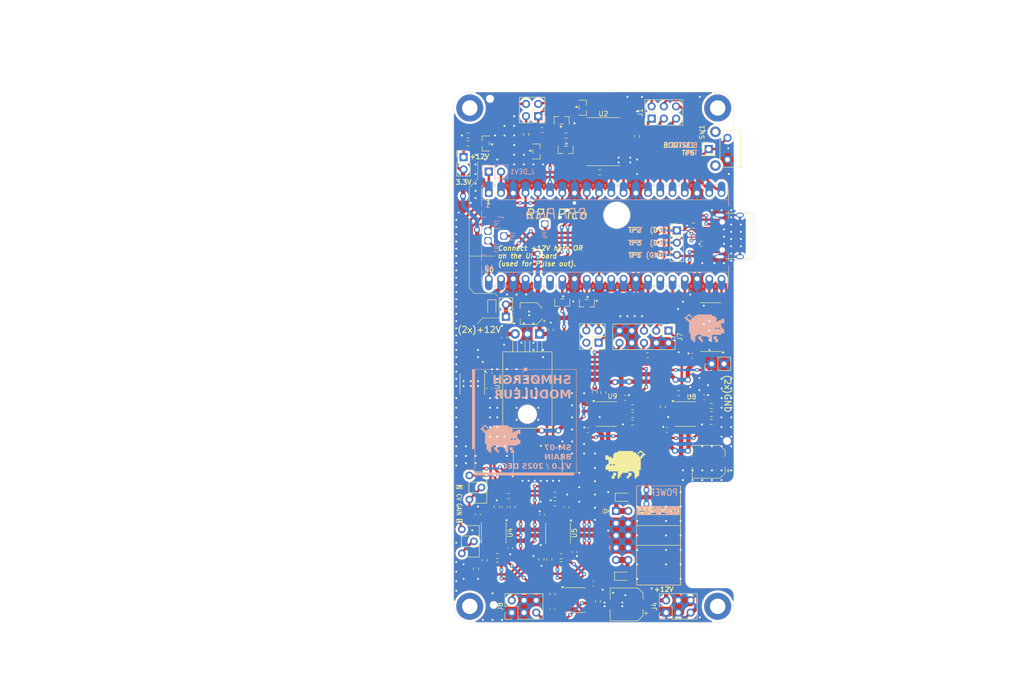
<source format=kicad_pcb>
(kicad_pcb (version 20241229) (generator "pcbnew") (generator_version "9.0")
  (layers (0 "F.Cu" signal) (2 "B.Cu" signal) (13 "F.Paste" user) (15 "B.Paste" user) (5 "F.SilkS" user "F.Silkscreen") (7 "B.SilkS" user "B.Silkscreen") (1 "F.Mask" user) (3 "B.Mask" user) (25 "Edge.Cuts" user))
  (net 0 "")
  (net 1 "GND")
  (net 2 "+12V")
  (net 3 "-12V")
  (net 4 "Net-(C10-Pad2)")
  (net 5 "Net-(U4A--)")
  (net 6 "Net-(U5A--)")
  (net 7 "Net-(C11-Pad2)")
  (net 8 "+3.3V")
  (net 9 "Net-(D2-A)")
  (net 10 "Net-(D3-K)")
  (net 11 "Net-(D4-K)")
  (net 12 "MIDI_4R")
  (net 13 "/GPIO_27")
  (net 14 "/GPIO_28")
  (net 15 "LED_1")
  (net 16 "LED_5")
  (net 17 "LED_3")
  (net 18 "LED_2")
  (net 19 "LED_4")
  (net 20 "LED_6")
  (net 21 "PULSE_IN")
  (net 22 "MIDI_5T")
  (net 23 "PULSE_OUT")
  (net 24 "unconnected-(J3-Pin_2-Pad2)")
  (net 25 "BTN_LED_1")
  (net 26 "BTN_1")
  (net 27 "BTN_2")
  (net 28 "AUDIO_CV_IN_1")
  (net 29 "AUDIO_CV_OUT_1")
  (net 30 "AUDIO_CV_OUT_2")
  (net 31 "POT_1")
  (net 32 "AUDIO_CV_IN_2")
  (net 33 "POT_2")
  (net 34 "/MCU/UART_TX")
  (net 35 "/MCU/UART_RX")
  (net 36 "+5V")
  (net 37 "/GPIO_4")
  (net 38 "Net-(Q1-B)")
  (net 39 "Net-(Q3-B)")
  (net 40 "Net-(Q6-B)")
  (net 41 "Net-(Q6-C)")
  (net 42 "Net-(Q7-C)")
  (net 43 "/GPIO_8")
  (net 44 "/GPIO_9")
  (net 45 "Net-(R10-Pad2)")
  (net 46 "Net-(R11-Pad2)")
  (net 47 "Net-(U4B--)")
  (net 48 "Net-(U5B-+)")
  (net 49 "Net-(U5B--)")
  (net 50 "Net-(U7-A)")
  (net 51 "Net-(U7-B)")
  (net 52 "Net-(U4B-+)")
  (net 53 "Net-(U11A-+)")
  (net 54 "Net-(U11B-+)")
  (net 55 "Net-(U8A--)")
  (net 56 "Net-(U9A--)")
  (net 57 "Net-(R28-Pad2)")
  (net 58 "Net-(R29-Pad2)")
  (net 59 "Net-(U8B--)")
  (net 60 "Net-(U9B--)")
  (net 61 "Net-(R32-Pad2)")
  (net 62 "Net-(R33-Pad2)")
  (net 66 "/GPIO_7")
  (net 67 "/GPIO_5")
  (net 69 "/GPIO_3")
  (net 70 "/GPIO_2")
  (net 72 "/GPIO_26")
  (net 73 "/GPIO_6")
  (net 74 "/GPIO_17")
  (net 76 "/GPIO_16")
  (net 78 "Net-(U4A-+)")
  (net 79 "Net-(U5A-+)")
  (net 80 "Net-(D1-A)")
  (net 82 "/MCU/TP6")
  (net 83 "/MCU/TP3")
  (net 84 "Net-(U3-VBUS)")
  (net 85 "Net-(J_USB_C_EXTENSION1-CC1)")
  (net 87 "Net-(J_USB_C_EXTENSION1-CC2)")
  (net 89 "/MCU/TP2")
  (net 90 "/MCU/TP1")
  (net 95 "Net-(R22-Pad1)")
  (net 96 "Net-(R23-Pad1)")
  (net 97 "Net-(R12-Pad2)")
  (net 98 "POT_3")
  (footprint "Resistor_SMD:R_0603_1608Metric" (layer "F.Cu") (at 154.988 106.357 -90)
    (property "Reference" "R26")
    (property "Value" "100k")
  )
  (footprint "Capacitor_SMD:C_0603_1608Metric" (layer "F.Cu") (at 135.684 138.615 -90)
    (property "Reference" "C6")
    (property "Value" "100n")
  )
  (footprint "Connector_PinHeader_2.54mm:PinHeader_2x02_P2.54mm_Vertical" (layer "F.Cu") (at 141.5 49 180)
    (property "Reference" "J2")
    (property "Value" "Conn_02x02_Odd_Even")
  )
  (footprint "Resistor_SMD:R_0603_1608Metric" (layer "F.Cu") (at 161.973 53.144 90)
    (property "Reference" "R7")
    (property "Value" "3.3k")
  )
  (footprint "Package_SO:SOIC-8_3.9x4.9mm_P1.27mm" (layer "F.Cu") (at 172.0182 110.802)
    (property "Reference" "U8")
    (property "Value" "TL072")
  )
  (footprint "Resistor_SMD:R_0603_1608Metric" (layer "F.Cu") (at 146.225 141.979)
    (property "Reference" "R18")
    (property "Value" "100k")
  )
  (footprint "Capacitor_SMD:C_0603_1608Metric" (layer "F.Cu") (at 149.019 139.439 -90)
    (property "Reference" "C8")
    (property "Value" "100n")
  )
  (footprint "Capacitor_SMD:C_0603_1608Metric" (layer "F.Cu") (at 131.366 102.306 90)
    (property "Reference" "C17")
    (property "Value" "100n")
  )
  (footprint "Capacitor_SMD:C_0603_1608Metric" (layer "F.Cu") (at 144.447 151.315 -90)
    (property "Reference" "C20")
    (property "Value" "100n")
  )
  (footprint "Resistor_SMD:R_0603_1608Metric" (layer "F.Cu") (at 144.955 127.566 180)
    (property "Reference" "R11")
    (property "Value" "62k")
  )
  (footprint "Resistor_SMD:R_0603_1608Metric" (layer "F.Cu") (at 132.89 130.041 -90)
    (property "Reference" "R8")
    (property "Value" "47k")
  )
  (footprint "Capacitor_SMD:C_0603_1608Metric" (layer "F.Cu") (at 175.879 107.3476)
    (property "Reference" "C12")
    (property "Value" "100n")
  )
  (footprint "Connector_PinHeader_2.54mm:PinHeader_1x02_P2.54mm_Vertical" (layer "F.Cu") (at 126 57.5)
    (property "Reference" "J10")
    (property "Value" "Conn_01x02")
  )
  (footprint "Resistor_SMD:R_0603_1608Metric" (layer "F.Cu") (at 177.3522 112.4276 180)
    (property "Reference" "R30")
    (property "Value" "100k")
  )
  (footprint "Connector_USB:USB_C_Receptacle_HRO_TYPE-C-31-M-12" (layer "F.Cu") (at 182.259 73.847 90)
    (property "Reference" "J_USB_C_EXTENSION1")
    (property "Value" "USB_C_Receptacle_USB2.0_16P")
  )
  (footprint "Connector_PinHeader_2.54mm:PinHeader_2x03_P2.54mm_Vertical" (layer "F.Cu") (at 168 152 90)
    (property "Reference" "J4")
    (property "Value" "Conn_02x03_Odd_Even")
  )
  (footprint "Package_TO_SOT_SMD:SOT-23" (layer "F.Cu") (at 146.352 49.842 90)
    (property "Reference" "Q6")
    (property "Value" "MMBT3904")
  )
  (footprint "Resistor_SMD:R_0603_1608Metric" (layer "F.Cu") (at 153.845 149.664 -90)
    (property "Reference" "R23")
    (property "Value" "1k")
  )
  (footprint "Resistor_SMD:R_0603_1608Metric" (layer "F.Cu") (at 161.0588 112.58 180)
    (property "Reference" "R31")
    (property "Value" "100k")
  )
  (footprint "Resistor_SMD:R_0603_1608Metric" (layer "F.Cu") (at 150.9496 109.4812 90)
    (property "Reference" "R29")
    (property "Value" "33k")
  )
  (footprint "Connector_PinHeader_2.54mm:PinHeader_1x02_P2.54mm_Vertical" (layer "F.Cu") (at 134.795 90.614 180)
    (property "Reference" "J9")
    (property "Value" "Conn_01x02")
  )
  (footprint "Resistor_SMD:R_0603_1608Metric" (layer "F.Cu") (at 177.403 109.1256)
    (property "Reference" "R34")
    (property "Value" "1k")
  )
  (footprint "MountingHole:MountingHole_3.2mm_M3_DIN965_Pad" (layer "F.Cu") (at 178.7 150.7)
    (property "Reference" "H2")
    (property "Value" "MountingHole")
  )
  (footprint "Package_SO:SOIC-8_3.9x4.9mm_P1.27mm" (layer "F.Cu") (at 155.6232 110.802)
    (property "Reference" "U9")
    (property "Value" "TL072")
  )
  (footprint "Resistor_SMD:R_0603_1608Metric" (layer "F.Cu") (at 167.3446 109.3288 90)
    (property "Reference" "R28")
    (property "Value" "33k")
  )
  (footprint "Capacitor_SMD:CP_Elec_6.3x7.7" (layer "F.Cu") (at 159.814 150.299 180)
    (property "Reference" "C4")
    (property "Value" "100u")
  )
  (footprint "Capacitor_SMD:C_0603_1608Metric" (layer "F.Cu") (at 128.953 131.628 -90)
    (property "Reference" "C7")
    (property "Value" "100n")
  )
  (footprint "Button_Switch_THT:SW_Tactile_SKHH_Angled" (layer "F.Cu") (at 180.733 53.49 -90)
    (property "Reference" "SW1")
    (property "Value" "SW_SPST")
  )
  (footprint "MountingHole:MountingHole_3.2mm_M3_DIN965_Pad" (layer "F.Cu") (at 127.3 47.3)
    (property "Reference" "H1")
    (property "Value" "MountingHole")
  )
  (footprint "Resistor_SMD:R_0603_1608Metric" (layer "F.Cu") (at 164.132 98.61)
    (property "Reference" "R25")
    (property "Value" "120k")
  )
  (footprint "Connector_PinHeader_2.54mm:PinHeader_2x05_P2.54mm_Vertical" (layer "F.Cu") (at 168.5 93.5 -90)
    (property "Reference" "J7")
    (property "Value" "Conn_02x05_Odd_Even")
  )
  (footprint "Package_SO:SOIC-8_3.9x4.9mm_P1.27mm" (layer "F.Cu") (at 149.146 149.41)
    (property "Reference" "U11")
    (property "Value" "TL072")
  )
  (footprint "Resistor_SMD:R_0603_1608Metric" (layer "F.Cu") (at 128.572 142.933 90)
    (property "Reference" "R16")
    (property "Value" "100k")
  )
  (footprint "Capacitor_SMD:CP_Elec_4x5.4" (layer "F.Cu") (at 140.002 89.9486 180)
    (property "Reference" "C1")
    (property "Value" "10u")
  )
  (footprint "Capacitor_SMD:C_0603_1608Metric" (layer "F.Cu") (at 173.403 98.737 180)
    (property "Reference" "C16")
    (property "Value" "100n")
  )
  (footprint "Capacitor_SMD:C_0603_1608Metric" (layer "F.Cu") (at 168.2082 114.104)
    (property "Reference" "C13")
    (property "Value" "100n")
  )
  (footprint "Resistor_SMD:R_0603_1608Metric" (layer "F.Cu") (at 133.017 140.264)
    (property "Reference" "R20")
    (property "Value" "100k")
  )
  (footprint "Resistor_SMD:R_0603_1608Metric" (layer "F.Cu") (at 175.308 75.496 180)
    (property "Reference" "R36")
    (property "Value" "5.1k")
  )
  (footprint "MountingHole:ToolingHole_1.152mm" (layer "F.Cu") (at 180.642 116.39)
    (property "Reference" "REF**" (hide yes))
    (property "Value" "ToolingHole_1.152mm")
  )
  (footprint "Connector_PinHeader_2.54mm:PinHeader_2x03_P2.54mm_Vertical" (layer "F.Cu") (at 165 49.5 90)
    (property "Reference" "J1")
    (property "Value" "Conn_02x03_Odd_Even")
  )
  (footprint "Resistor_SMD:R_0603_1608Metric" (layer "F.Cu") (at 144.955 129.344)
    (property "Reference" "R9")
    (property "Value" "47k")
  )
  (footprint "Resistor_SMD:R_0603_1608Metric" (layer "F.Cu") (at 133.017 142.044)
    (property "Reference" "R19")
    (property "Value" "100k")
  )
  (footprint "Resistor_SMD:R_0603_1608Metric" (layer "F.Cu") (at 161.0588 111.0052 180)
    (property "Reference" "R33")
    (property "Value" "100k")
  )
  (footprint "Capacitor_SMD:C_0603_1608Metric" (layer "F.Cu") (at 142.288 131.692 -90)
    (property "Reference" "C9")
    (property "Value" "100n")
  )
  (footprint "Package_TO_SOT_SMD:SOT-23" (layer "F.Cu") (at 151.559 87.815 -90)
    (property "Reference" "D5")
    (property "Value" "BAT54S")
  )
  (footprint "Package_SO:SOP-8_6.605x9.655mm_P2.54mm" (layer "F.Cu") (at 154.9915 54.287)
    (property "Reference" "U2")
    (property "Value" "6N137")
  )
  (footprint "Resistor_SMD:R_0603_1608Metric" (layer "F.Cu") (at 126.921 53.017)
    (property "Reference" "R4")
    (property "Value" "7.5k")
  )
  (footprint "Connector_PinHeader_2.54mm:PinHeader_1x02_P2.54mm_Vertical" (layer "F.Cu") (at 177.462 100.388 90)
    (property "Reference" "J5")
    (property "Value" "Conn_01x02")
  )
  (footprint "Resistor_SMD:R_0603_1608Metric" (layer "F.Cu") (at 147.241 53.017)
    (property "Reference" "R5")
    (property "Value" "2.2k")
  )
  (footprint "Resistor_SMD:R_0603_1608Metric" (layer "F.Cu") (at 135.303 127.818)
    (property "Reference" "R10")
    (property "Value" "62k")
  )
  (footprint "Package_SO:SOIC-16_3.9x9.9mm_P1.27mm" (layer "F.Cu") (at 141.399 121.089 90)
    (property "Reference" "U7" (hide yes))
    (property "Value" "74HC4053B")
  )
  (footprint "Potentiometer_THT:Potentiometer_ACP_CA6-H2,5_Horizontal" (layer "F.Cu") (at 127.215 123.542)
    (property "Reference" "RV_CV_GAIN2")
    (property "Value" "10k")
  )
  (footprint "Package_TO_SOT_SMD:SOT-23" (layer "F.Cu") (at 141.145 56.319)
    (property "Reference" "Q1")
    (property "Value" "MMBT3904")
  )
  (footprint "Package_SO:SOIC-8_3.9x4.9mm_P1.27mm" (layer "F.Cu") (at 132.255 135.438 -90)
    (property "Reference" "U4")
    (property "Value" "TL072")
  )
  (footprint "Resistor_SMD:R_0603_1608Metric" (layer "F.Cu") (at 170.609 106.484)
    (property "Reference" "R24")
    (property "Value" "100k")
  )
  (footprint "Resistor_SMD:R_0603_1608Metric" (layer "F.Cu") (at 142.288 51.874)
    (property "Reference" "R6")
    (property "Value" "120")
  )
  (footprint "Shmoergh_Logo:Gyeszno" (layer "F.Cu") (at 159.56 121.343)
    (property "Reference" "G***" (hide yes))
    (property "Value" "LOGO" (hide yes))
  )
  (footprint "Capacitor_SMD:C_0603_1608Metric_Pad1.08x0.95mm_HandSolder" (layer "F.Cu") (at 144.1168 93.3014 90)
    (property "Reference" "C2")
    (property "Value" "330n")
  )
  (footprint "Capacitor_SMD:C_0603_1608Metric" (layer "F.Cu") (at 152.956 145.981)
    (property "Reference" "C19")
    (property "Value" "100n")
  )
  (footprint "Capacitor_SMD:C_0603_1608Metric" (layer "F.Cu") (at 147.368 130.168 -90)
    (property "Reference" "C11")
    (property "Value" "22p")
  )
  (footprint "Package_TO_SOT_THT:TO-220-3_Horizontal_TabDown" (layer "F.Cu") (at 141.78 94.1806 180)
    (property "Reference" "U1")
    (property "Value" "LM7805_TO220")
  )
  (footprint "Resistor_SMD:R_0603_1608Metric" (layer "F.Cu") (at 130.35 141.153 90)
    (property "Reference" "R14")
    (property "Value" "100k")
  )
  (footprint "Connector_PinHeader_2.54mm:PinHeader_2x02_P2.54mm_Vertical" (layer "F.Cu") (at 154 96 180)
    (property "Reference" "J3")
    (property "Value" "Conn_02x02_Odd_Even")
  )
  (footprint "Package_TO_SOT_SMD:SOT-23" (layer "F.Cu") (at 147.175 55.9865 -90)
    (property "Reference" "Q7")
    (property "Value" "MMBT3904")
  )
  (footprint "Connector_PinHeader_2.54mm:PinHeader_1x03_P2.54mm_Vertical" (layer "F.Cu") (at 170.228 72.702)
    (property "Reference" "J13")
    (property "Value" "Conn_01x03")
  )
  (footprint "Diode_SMD:D_SOD-323" (layer "F.Cu") (at 131.874 88.704 -90)
    (property "Reference" "D1")
    (property "Value" "1N5817")
  )
  (footprint "Package_TO_SOT_SMD:SOT-23" (layer "F.Cu") (at 146.479 87.688 -90)
    (property "Reference" "D6" (hide yes))
    (property "Value" "BAT54S")
  )
  (footprint "Resistor_SMD:R_0603_1608Metric" (layer "F.Cu") (at 154.226 60.637 180)
    (property "Reference" "R2")
    (property "Value" "3.3k")
  )
  (footprint "Package_SO:SOIC-8_3.9x4.9mm_P1.27mm" (layer "F.Cu") (at 127.81 104.592 -90)
    (property "Reference" "U6" (hide yes))
    (property "Value" "MCP4822")
  )
  (footprint "Resistor_SMD:R_0603_1608Metric" (layer "F.Cu") (at 126.921 54.668 180)
    (property "Reference" "R3")
    (property "Value" "10k")
  )
  (footprint "Resistor_SMD:R_0603_1608Metric" (layer "F.Cu") (at 153.21 106.23 -90)
    (property "Reference" "R27")
    (property "Value" "120k")
  )
  (footprint "Resistor_SMD:R_0603_1608Metric" (layer "F.Cu") (at 177.403 110.802 180)
    (property "Reference" "R32")
    (property "Value" "100k")
  )
  (footprint "MountingHole:MountingHole_3.2mm_M3_DIN965_Pad" (layer "F.Cu") (at 178.7 47.3)
    (property "Reference" "H4")
    (property "Value" "MountingHole")
  )
  (footprint "Resistor_SMD:R_0603_1608Metric" (layer "F.Cu") (at 143.812 140.963 90)
    (property "Reference" "R15")
    (property "Value" "100k")
  )
  (footprint "MountingHole:ToolingHole_1.152mm" (layer "F.Cu") (at 132.255 150.426)
    (property "Reference" "REF**" (hide yes))
    (property "Value" "ToolingHole_1.152mm")
  )
  (footprint "Resistor_SMD:R_0603_1608Metric" (layer "F.Cu") (at 136.192 130.104 -90)
    (property "Reference" "R12")
    (property "Value" "1k")
  )
  (footprint "Potentiometer_THT:Potentiometer_ACP_CA6-H2,5_Horizontal" (layer "F.Cu") (at 125.651 134.718)
    (property "Reference" "RV_CV_GAIN1")
    (property "Value" "10k")
  )
  (footprint "Capacitor_SMD:C_0603_1608Metric" (layer "F.Cu") (at 131.366 105.468 -90)
    (property "Reference" "C18")
    (property "Value" "10u")
  )
  (footprint "Package_SO:SOIC-8_3.9x4.9mm_P1.27mm" (layer "F.Cu") (at 145.59 135.502 -90)
    (property "Reference" "U5")
    (property "Value" "TL072")
  )
  (footprint "Package_SO:SOIC-16_3.9x9.9mm_P1.27mm" (layer "F.Cu") (at 177.213 92.768 180)
    (property "Reference" "U10" (hide yes))
    (property "Value" "74HC4051")
  )
  (footprint "Capacitor_SMD:C_0603_1608Metric" (layer "F.Cu") (at 151.7624 114.1548)
    (property "Reference" "C15")
    (property "Value" "100n")
  )
  (footprint "Connector_IDC:IDC-Header_2x05_P2.54mm_Horizontal" (layer "F.Cu") (at 157.6245 130.92)
    (property "Reference" "J6")
    (property "Value" "Conn_02x05_Odd_Even")
  )
  (footprint "MountingHole:ToolingHole_1.152mm" (layer "F.Cu") (at 131.493 45.397)
    (property "Reference" "REF**" (hide yes))
    (property "Value" "ToolingHole_1.152mm")
  )
  (footprint "Resistor_SMD:R_0603_1608Metric" (layer "F.Cu") (at 146.225 140.328)
    (property "Reference" "R21")
    (property "Value" "100k")
  )
  (footprint "Resistor_SMD:R_0603_1608Metric" (layer "F.Cu") (at 161.0588 109.3796)
    (property "Reference" "R35")
    (property "Value" "1k")
  )
  (footprint "Connector_PinHeader_2.54mm:PinHeader_1x01_P2.54mm_Vertical" (layer "F.Cu") (at 176.832 55.811)
    (property "Reference" "J11")
    (property "Value" "Conn_01x01")
  )
  (footprint "Resistor_SMD:R_0603_1608Metric" (layer "F.Cu") (at 138.986 52.763 -90)
    (property "Reference" "R1")
    (property "Value" "100k")
  )
  (footprint "MountingHole:MountingHole_3.2mm_M3_DIN965_Pad" (layer "F.Cu") (at 127.3 150.7)
    (property "Reference" "H3")
    (property "Value" "MountingHole")
  )
  (footprint "Resistor_SMD:R_0603_1608Metric" (layer "F.Cu") (at 173.657 71.686 180)
    (property "Reference" "R37")
    (property "Value" "5.1k")
  )
  (footprint "Connector_PinHeader_2.54mm:PinHeader_2x03_P2.54mm_Vertical" (layer "F.Cu") (at 136 152 90)
    (property "Reference" "J8")
    (property "Value" "Conn_02x03_Odd_Even")
  )
  (footprint "Capacitor_SMD:C_0603_1608Metric" (layer "F.Cu") (at 134.541 130.091 -90)
    (property "Reference" "C10")
    (property "Value" "22p")
  )
  (footprint "Diode_SMD:D_SOD-323" (layer "F.Cu") (at 158.925 144.457)
    (property "Reference" "D2")
    (property "Value" "1N5817")
  )
  (footprint "Resistor_SMD:R_0603_1608Metric" (layer "F.Cu") (at 142.161 140.963 90)
    (property "Reference" "R17")
    (property "Value" "100k")
  )
  (footprint "Capacitor_SMD:CP_Elec_6.3x7.7" (layer "F.Cu") (at 176.832 120.708 180)
    (property "Reference" "C5")
    (property "Value" "100u")
  )
  (footprint "Capacitor_SMD:C_0603_1608Metric" (layer "F.Cu") (at 159.484 107.4492)
    (property "Reference" "C14")
    (property "Value" "100n")
  )
  (footprint "Capacitor_SMD:C_0603_1608Metric" (layer "F.Cu") (at 134.4648 94.9778 -90)
    (property "Reference" "C3")
    (property "Value" "100n")
  )
  (footprint "Diode_SMD:D_SOD-323" (layer "F.Cu") (at 159.052 128.074)
    (property "Reference" "D3")
    (property "Value" "1N5817")
  )
  (footprint "Package_TO_SOT_SMD:SOT-23" (layer "F.Cu") (at 150.7185 47.236)
    (property "Reference" "D4")
    (property "Value" "BAT54")
  )
  (footprint "Package_TO_SOT_SMD:SOT-23" (layer "F.Cu") (at 130.604 54.668 180)
    (property "Reference" "Q3")
    (property "Value" "MMBT3904")
  )
  (footprint "Resistor_SMD:R_0603_1608Metric" (layer "F.Cu") (at 144.447 148.14 -90)
    (property "Reference" "R22")
    (property "Value" "1k")
  )
  (footprint "Connector_PinHeader_2.54mm:PinHeader_1x02_P2.54mm_Vertical" (layer "B.Cu") (at 131.239 60.51 -90)
    (property "Reference" "J_DEV1")
    (property "Value" "Conn_01x02")
  )
  (footprint "Shmoergh_Logo:Gyeszno" (layer "B.Cu") (at 133.652 116.009 180)
    (property "Reference" "G***" (hide yes))
    (property "Value" "LOGO" (hide yes))
  )
  (footprint "Module:RaspberryPi_Pico_Common_Unspecified" (layer "B.Cu") (at 180.869 63.345 -90)
    (property "Reference" "U3" (hide yes))
    (property "Value" "Pico")
  )
  (footprint "Shmoergh_Logo:Gyeszno" (layer "B.Cu") (at 175.943 93.022 180)
    (property "Reference" "G***" (hide yes))
    (property "Value" "LOGO" (hide yes))
  )
  (gr_line (start 132.509 78.036) (end 127.175 78.036) (stroke (width 0.1)) (layer "F.SilkS"))
  (gr_line (start 133.398 90.863) (end 129.969 90.863) (stroke (width 0.1)) (layer "F.SilkS"))
  (gr_line (start 133.017 86.291) (end 132.509 85.783) (stroke (width 0.1)) (layer "F.SilkS"))
  (gr_line (start 128.191 85.783) (end 127.175 84.64) (stroke (width 0.1)) (layer "F.SilkS"))
  (gr_line (start 127.175 73.337) (end 127.175 63.812) (stroke (width 0.1)) (layer "F.SilkS"))
  (gr_line (start 129.969 90.863) (end 128.826 92.133) (stroke (width 0.1)) (layer "F.SilkS"))
  (gr_line (start 127.175 63.812) (end 128.953 62.034) (stroke (width 0.1)) (layer "F.SilkS"))
  (gr_line (start 127.175 84.64) (end 127.175 73.337) (stroke (width 0.1)) (layer "F.SilkS"))
  (gr_line (start 128.953 62.034) (end 128.953 58.478) (stroke (width 0.1)) (layer "F.SilkS"))
  (gr_line (start 132.509 85.783) (end 128.191 85.783) (stroke (width 0.1)) (layer "F.SilkS"))
  (gr_rect (start 161.925 125.713) (end 170.942 146.287) (stroke (width 0.1)) (fill no) (layer "B.SilkS"))
  (gr_line (start 138.109 102.281) (end 138.859 101.531) (stroke (width 0.1)) (layer "B.SilkS"))
  (gr_rect (start 128.286 122.998) (end 148.892 123.498) (stroke (width 0.1)) (fill yes) (layer "B.SilkS"))
  (gr_line (start 154.861 130.487) (end 155.877 130.995) (stroke (width 0.1)) (layer "B.SilkS"))
  (gr_line (start 154.861 131.503) (end 154.861 130.487) (stroke (width 0.1)) (layer "B.SilkS"))
  (gr_circle (center 138.859 101.531) (end 138.609 101.281) (stroke (width 0.1)) (fill yes) (layer "B.SilkS"))
  (gr_rect (start 128.318 101.531) (end 149.4 122.989) (stroke (width 0.1)) (fill no) (layer "B.SilkS"))
  (gr_rect (start 127.818 101.531) (end 128.318 118.031) (stroke (width 0.1)) (fill yes) (layer "B.SilkS"))
  (gr_line (start 155.877 130.995) (end 154.861 131.503) (stroke (width 0.1)) (layer "B.SilkS"))
  (gr_line (start 173.5 124.92) (end 180.5 124.92) (stroke (width 0.05)) (layer "Edge.Cuts"))
  (gr_line (start 173.5 146.92) (end 180.5 146.92) (stroke (width 0.05)) (layer "Edge.Cuts"))
  (gr_circle (center 157.782 69.527) (end 159.179 67.095) (stroke (width 0.05)) (fill no) (layer "Edge.Cuts"))
  (gr_arc (start 178.7 44) (mid 181.033452 44.966548) (end 182 47.3) (stroke (width 0.05)) (layer "Edge.Cuts"))
  (gr_arc (start 172 126.42) (mid 172.43934 125.35934) (end 173.5 124.92) (stroke (width 0.05)) (layer "Edge.Cuts"))
  (gr_line (start 127.3 44) (end 178.7 44) (stroke (width 0.05)) (layer "Edge.Cuts"))
  (gr_line (start 172 145.42) (end 172 126.42) (stroke (width 0.05)) (layer "Edge.Cuts"))
  (gr_arc (start 127.3 154) (mid 124.966548 153.033452) (end 124 150.7) (stroke (width 0.05)) (layer "Edge.Cuts"))
  (gr_line (start 180.5 154) (end 127.3 154) (stroke (width 0.05)) (layer "Edge.Cuts"))
  (gr_line (start 182 123.42) (end 182 79) (stroke (width 0.05)) (layer "Edge.Cuts"))
  (gr_line (start 182 79) (end 184.5 79) (stroke (width 0.05)) (layer "Edge.Cuts"))
  (gr_arc (start 124 47.3) (mid 124.966548 44.966548) (end 127.3 44) (stroke (width 0.05)) (layer "Edge.Cuts"))
  (gr_arc (start 182 152.5) (mid 181.56066 153.56066) (end 180.5 154) (stroke (width 0.05)) (layer "Edge.Cuts"))
  (gr_line (start 124 150.7) (end 124 47.3) (stroke (width 0.05)) (layer "Edge.Cuts"))
  (gr_arc (start 180.5 146.92) (mid 181.56066 147.35934) (end 182 148.42) (stroke (width 0.05)) (layer "Edge.Cuts"))
  (gr_line (start 182 68.5) (end 184.5 68.5) (stroke (width 0.05)) (layer "Edge.Cuts"))
  (gr_line (start 182 68.5) (end 182 47.3) (stroke (width 0.05)) (layer "Edge.Cuts"))
  (gr_arc (start 173.5 146.92) (mid 172.43934 146.48066) (end 172 145.42) (stroke (width 0.05)) (layer "Edge.Cuts"))
  (gr_line (start 182 148.42) (end 182 152.5) (stroke (width 0.05)) (layer "Edge.Cuts"))
  (gr_arc (start 182 123.42) (mid 181.56066 124.48066) (end 180.5 124.92) (stroke (width 0.05)) (layer "Edge.Cuts"))
  (gr_line (start 184.5 68.5) (end 184.5 79) (stroke (width 0.05)) (layer "Edge.Cuts"))
  (gr_text "(2x)+12V" (at 124.635 94.038 0) (layer "F.SilkS") (effects (font (size 1.27 1.27) (thickness 0.2) (bold yes)) (justify left bottom)))
  (gr_text "CV GAIN" (at 124.5 127.25 270) (layer "F.SilkS") (effects (font (size 1 0.75) (thickness 0.15) (bold yes)) (justify left bottom)))
  (gr_text "+12V" (at 127.158258 57.97 0) (layer "F.SilkS") (effects (font (size 1 1) (thickness 0.2) (bold yes)) (justify left bottom)))
  (gr_text "TP1" (at 162.989 78.417 0) (layer "F.SilkS") (effects (font (size 1 1) (thickness 0.2) (bold yes)) (justify right bottom)))
  (gr_text "3.3V" (at 124.254 63.304 0) (layer "F.SilkS") (effects (font (size 1 1) (thickness 0.2) (bold yes)) (justify left bottom)))
  (gr_text "TP3" (at 162.989 75.877 0) (layer "F.SilkS") (effects (font (size 1 1) (thickness 0.2) (bold yes)) (justify right bottom)))
  (gr_text "(D-)" (at 168.323 73.21 0) (layer "F.SilkS") (effects (font (size 1 1) (thickness 0.2) (bold yes)) (justify right bottom)))
  (gr_text "-12V" (at 161.592 131.63 0) (layer "F.SilkS" knockout) (effects (font (size 1.25 2.25) (thickness 0.25) (bold yes)) (justify left bottom)))
  (gr_text "1" (at 124.5 132.5 270) (layer "F.SilkS" knockout) (effects (font (size 1 0.75) (thickness 0.15) (bold yes)) (justify left bottom)))
  (gr_text "TP2" (at 162.989 73.21 0) (layer "F.SilkS") (effects (font (size 1 1) (thickness 0.2) (bold yes)) (justify right bottom)))
  (gr_text "BOOTSEL\nTP6" (at 174.038 57.208 0) (layer "F.SilkS") (effects (font (size 1 1) (thickness 0.2) (bold yes) (italic yes)) (justify right bottom)))
  (gr_text "(2x)GND" (at 180.007 102.547 270) (layer "F.SilkS") (effects (font (size 1.27 1.27) (thickness 0.2) (bold yes)) (justify left bottom)))
  (gr_text "(GND)" (at 168.323 78.417 0) (layer "F.SilkS") (effects (font (size 1 1) (thickness 0.2) (bold yes)) (justify right bottom)))
  (gr_text "Connect +12V here OR\non the UI board \n(used for Pulse out)." (at 133.017 80.195 0) (layer "F.SilkS") (effects (font (size 1 1) (thickness 0.2) (bold yes) (italic yes)) (justify left bottom)))
  (gr_text "40" (at 130.223 81.465 0) (layer "F.SilkS") (effects (font (size 1 1) (thickness 0.2) (bold yes)) (justify left bottom)))
  (gr_text "RPi Pico" (at 138.605 70.543 0) (layer "F.SilkS") (effects (font (size 2 2) (thickness 0.25) (italic yes)) (justify left bottom)))
  (gr_text "(D+)" (at 168.323 75.877 0) (layer "F.SilkS") (effects (font (size 1 1) (thickness 0.2) (bold yes)) (justify right bottom)))
  (gr_text "1" (at 130.604 67.368 0) (layer "F.SilkS") (effects (font (size 1 1) (thickness 0.2) (bold yes)) (justify left bottom)))
  (gr_text "2" (at 124.5 125.5 270) (layer "F.SilkS" knockout) (effects (font (size 1 0.75) (thickness 0.15) (bold yes)) (justify left bottom)))
  (gr_text "+12V" (at 165.402 147.759 0) (layer "F.SilkS") (effects (font (size 1 1) (thickness 0.2) (bold yes)) (justify left bottom)))
  (gr_text "RPi Pico" (at 151.94 70.416 0) (layer "B.SilkS") (effects (font (size 2 2) (thickness 0.25) (italic yes)) (justify left bottom mirror)))
  (gr_text "TP3" (at 163.243 75.877 0) (layer "B.SilkS") (effects (font (size 1 1) (thickness 0.2) (bold yes)) (justify left bottom mirror)))
  (gr_text "SHMØERGH \nMODULEUR" (at 148.384 107.876 0) (layer "B.SilkS") (effects (font (size 1.8 1.8) (thickness 0.28) (bold yes)) (justify left bottom mirror)))
  (gr_text "40" (at 132.382 81.084 0) (layer "B.SilkS") (effects (font (size 1 1) (thickness 0.2) (bold yes)) (justify left bottom mirror)))
  (gr_text "(D-)" (at 168.323 73.21 0) (layer "B.SilkS") (effects (font (size 1 1) (thickness 0.2) (bold yes)) (justify left bottom mirror)))
  (gr_text "(D+)" (at 168.323 75.877 0) (layer "B.SilkS") (effects (font (size 1 1) (thickness 0.2) (bold yes)) (justify left bottom mirror)))
  (gr_text "(GND)" (at 168.323 78.417 0) (layer "B.SilkS") (effects (font (size 1 1) (thickness 0.2) (bold yes)) (justify left bottom mirror)))
  (gr_text "POWER" (at 170.561 127.872 0) (layer "B.SilkS") (effects (font (size 1.35 1.15) (thickness 0.2) (bold yes)) (justify left bottom mirror)))
  (gr_text "-12V" (at 171.244 131.63 0) (layer "B.SilkS" knockout) (effects (font (size 1.3 2.25) (thickness 0.25) (bold yes)) (justify left bottom mirror)))
  (gr_text "BOOTSEL\nTP6" (at 174.673 57.208 0) (layer "B.SilkS") (effects (font (size 1 1) (thickness 0.2) (bold yes)) (justify left bottom mirror)))
  (gr_text "SM-07 \nBRAIN\nV1.0 / 2025 DEC" (at 148.384 122.354 0) (layer "B.SilkS") (effects (font (size 1.15 1.15) (thickness 0.2) (bold yes)) (justify left bottom mirror)))
  (gr_text "TP1" (at 163.243 78.417 0) (layer "B.SilkS") (effects (font (size 1 1) (thickness 0.2) (bold yes)) (justify left bottom mirror)))
  (gr_text "1" (at 131.62 68.003 0) (layer "B.SilkS") (effects (font (size 1 1) (thickness 0.2) (bold yes)) (justify left bottom mirror)))
  (gr_text "TP2" (at 163.243 73.21 0) (layer "B.SilkS") (effects (font (size 1 1) (thickness 0.2) (bold yes)) (justify left bottom mirror)))
  (via (at 181 61) (size 0.8) (drill 0.4) (layers "F.Cu" "B.Cu") (net 1))
  (via (at 153.25 122) (size 0.8) (drill 0.4) (layers "F.Cu" "B.Cu") (net 1))
  (via (at 174.927 103.309) (size 0.8) (drill 0.4) (layers "F.Cu" "B.Cu") (net 1))
  (via (at 144.066 91.8282) (size 0.8) (drill 0.4) (layers "F.Cu" "B.Cu") (net 1))
  (via (at 124.5 113.5) (size 0.8) (drill 0.4) (layers "F.Cu" "B.Cu") (net 1))
  (via (at 124.5 145.5) (size 0.8) (drill 0.4) (layers "F.Cu" "B.Cu") (net 1))
  (via (at 162 145) (size 0.8) (drill 0.4) (layers "F.Cu" "B.Cu") (net 1))
  (via (at 150 129) (size 0.8) (drill 0.4) (layers "F.Cu" "B.Cu") (net 1))
  (via (at 179.5 105.5) (size 0.8) (drill 0.4) (layers "F.Cu" "B.Cu") (net 1))
  (via (at 149 67) (size 1.27) (drill 0.75) (layers "F.Cu" "B.Cu") (net 1))
  (via (at 124.5 75) (size 0.8) (drill 0.4) (layers "F.Cu" "B.Cu") (net 1))
  (via (at 131.5 109.5) (size 0.8) (drill 0.4) (layers "F.Cu" "B.Cu") (net 1))
  (via (at 147.5 127.5) (size 0.8) (drill 0.4) (layers "F.Cu" "B.Cu") (net 1))
  (via (at 134.5 51) (size 0.8) (drill 0.4) (layers "F.Cu" "B.Cu") (net 1))
  (via (at 141.5 112) (size 0.8) (drill 0.4) (layers "F.Cu" "B.Cu") (net 1))
  (via (at 124.5 87) (size 0.8) (drill 0.4) (layers "F.Cu" "B.Cu") (net 1))
  (via (at 179.5 124.5) (size 0.8) (drill 0.4) (layers "F.Cu" "B.Cu") (net 1))
  (via (at 129 99) (size 0.8) (drill 0.4) (layers "F.Cu" "B.Cu") (net 1))
  (via (at 148.5 116.5) (size 0.8) (drill 0.4) (layers "F.Cu" "B.Cu") (net 1))
  (via (at 171 142) (size 0.8) (drill 0.4) (layers "F.Cu" "B.Cu") (net 1))
  (via (at 162 61) (size 0.8) (drill 0.4) (layers "F.Cu" "B.Cu") (net 1))
  (via (at 124.5 105) (size 0.8) (drill 0.4) (layers "F.Cu" "B.Cu") (net 1))
  (via (at 155.242 150.68) (size 0.8) (drill 0.4) (layers "F.Cu" "B.Cu") (net 1))
  (via (at 133 111.5) (size 0.8) (drill 0.4) (layers "F.Cu" "B.Cu") (net 1))
  (via (at 137 105.5) (size 0.8) (drill 0.4) (layers "F.Cu" "B.Cu") (net 1))
  (via (at 150 123) (size 0.8) (drill 0.4) (layers "F.Cu" "B.Cu") (net 1))
  (via (at 181.5 107.5) (size 0.8) (drill 0.4) (layers "F.Cu" "B.Cu") (net 1))
  (via (at 167.434 113.469) (size 0.8) (drill 0.4) (layers "F.Cu" "B.Cu") (net 1))
  (via (at 138 96) (size 0.8) (drill 0.4) (layers "F.Cu" "B.Cu") (net 1))
  (via (at 181.5 111.5) (size 0.8) (drill 0.4) (layers "F.Cu" "B.Cu") (net 1))
  (via (at 142.161 142.298) (size 0.8) (drill 0.4) (layers "F.Cu" "B.Cu") (net 1))
  (via (at 134 92.5) (size 0.8) (drill 0.4) (layers "F.Cu" "B.Cu") (net 1))
  (via (at 132 153.5) (size 0.8) (drill 0.4) (layers "F.Cu" "B.Cu") (net 1))
  (via (at 138.224 124.645) (size 0.8) (drill 0.4) (layers "F.Cu" "B.Cu") (net 1))
  (via (at 132.5 53) (size 0.8) (drill 0.4) (layers "F.Cu" "B.Cu") (net 1))
  (via (at 175.5 122.5) (size 0.8) (drill 0.4) (layers "F.Cu" "B.Cu") (net 1))
  (via (at 137 103.5) (size 0.8) (drill 0.4) (layers "F.Cu" "B.Cu") (net 1))
  (via (at 168 142) (size 0.8) (drill 0.4) (layers "F.Cu" "B.Cu") (net 1))
  (via (at 177.5 124.5) (size 0.8) (drill 0.4) (layers "F.Cu" "B.Cu") (net 1))
  (via (at 179.5 111.5) (size 0.8) (drill 0.4) (layers "F.Cu" "B.Cu") (net 1))
  (via (at 133 101.5) (size 0.8) (drill 0.4) (layers "F.Cu" "B.Cu") (net 1))
  (via (at 171 130) (size 0.8) (drill 0.4) (layers "F.Cu" "B.Cu") (net 1))
  (via (at 128.5 64.5) (size 0.8) (drill 0.4) (layers "F.Cu" "B.Cu") (net 1))
  (via (at 180.896 55.684) (size 0.8) (drill 0.4) (layers "F.Cu" "B.Cu") (net 1))
  (via (at 160.576 85.021) (size 0.8) (drill 0.4) (layers "F.Cu" "B.Cu") (net 1))
  (via (at 124.5 94.5) (size 0.8) (drill 0.4) (layers "F.Cu" "B.Cu") (net 1))
  (via (at 158.925 150.68) (size 0.8) (drill 0.4) (layers "F.Cu" "B.Cu") (net 1))
  (via (at 181.5 76) (size 0.8) (drill 0.4) (layers "F.Cu" "B.Cu") (net 1))
  (via (at 124.5 147.5) (size 0.8) (drill 0.4) (layers "F.Cu" "B.Cu") (net 1))
  (via (at 154.226 111.437) (size 0.8) (drill 0.4) (layers "F.Cu" "B.Cu") (net 1))
  (via (at 138.5 92) (size 0.8) (drill 0.4) (layers "F.Cu" "B.Cu") (net 1))
  (via (at 181.5 68.5) (size 0.8) (drill 0.4) (layers "F.Cu" "B.Cu") (net 1))
  (via (at 155.369 85.148) (size 0.8) (drill 0.4) (layers "F.Cu" "B.Cu") (net 1))
  (via (at 175.816 92.133) (size 0.8) (drill 0.4) (layers "F.Cu" "B.Cu") (net 1))
  (via (at 145.844 117.533) (size 0.8) (drill 0.4) (layers "F.Cu" "B.Cu") (net 1))
  (via (at 162 130) (size 0.8) (drill 0.4) (layers "F.Cu" "B.Cu") (net 1))
  (via (at 134.5 117.5) (size 0.8) (drill 0.4) (layers "F.Cu" "B.Cu") (net 1))
  (via (at 180 72.5) (size 0.8) (drill 0.4) (layers "F.Cu" "B.Cu") (net 1))
  (via (at 129 104) (size 0.8) (drill 0.4) (layers "F.Cu" "B.Cu") (net 1))
  (via (at 138.5 57) (size 0.8) (drill 0.4) (layers "F.Cu" "B.Cu") (net 1))
  (via (at 160 90.5) (size 0.8) (drill 0.4) (layers "F.Cu" "B.Cu") (net 1))
  (via (at 172.387 71.686) (size 0.8) (drill 0.4) (layers "F.Cu" "B.Cu") (net 1))
  (via (at 175.435 112.961) (size 0.8) (drill 0.4) (layers "F.Cu" "B.Cu") (net 1))
  (via (at 177 93.5) (size 0.8) (drill 0.4) (layers "F.Cu" "B.Cu") (net 1))
  (via (at 152.956 85.148) (size 0.8) (drill 0.4) (layers "F.Cu" "B.Cu") (net 1))
  (via (at 139.621 89.5422) (size 0.8) (drill 0.4) (layers "F.Cu" "B.Cu") (net 1))
  (via (at 140.5 96) (size 0.8) (drill 0.4) (layers "F.Cu" "B.Cu") (net 1))
  (via (at 181.5 79) (size 0.8) (drill 0.4) (layers "F.Cu" "B.Cu") (net 1))
  (via (at 133 58) (size 0.8) (drill 0.4) (layers "F.Cu" "B.Cu") (net 1))
  (via (at 159.052 112.961) (size 0.8) (drill 0.4) (layers "F.Cu" "B.Cu") (net 1))
  (via (at 127.5 105) (size 0.8) (drill 0.4) (layers "F.Cu" "B.Cu") (net 1))
  (via (at 125 69) (size 0.8) (drill 0.4) (layers "F.Cu" "B.Cu") (net 1))
  (via (at 179.5 107.5) (size 0.8) (drill 0.4) (layers "F.Cu" "B.Cu") (net 1))
  (via (at 136.5 59) (size 0.8) (drill 0.4) (layers "F.Cu" "B.Cu") (net 1))
  (via (at 160.322 106.865) (size 0.8) (drill 0.4) (layers "F.Cu" "B.Cu") (net 1))
  (via (at 127.5 67) (size 0.8) (drill 0.4) (layers "F.Cu" "B.Cu") (net 1))
  (via (at 144.574 124.645) (size 0.8) (drill 0.4) (layers "F.Cu" "B.Cu") (net 1))
  (via (at 170.609 97.975) (size 0.8) (drill 0.4) (layers "F.Cu" "B.Cu") (net 1))
  (via (at 177 97.5) (size 0.8) (drill 0.4) (layers "F.Cu" "B.Cu") (net 1))
  (via (at 124.5 111.5) (size 0.8) (drill 0.4) (layers "F.Cu" "B.Cu") (net 1))
  (via (at 136.5 49) (size 0.8) (drill 0.4) (layers "F.Cu" "B.Cu") (net 1))
  (via (at 153.25 130.25) (size 0.8) (drill 0.4) (layers "F.Cu" "B.Cu") (net 1))
  (via (at 124.5 79.5) (size 0.8) (drill 0.4) (layers "F.Cu" "B.Cu") (net 1))
  (via (at 125.651 53.017) (size 0.8) (drill 0.4) (layers "F.Cu" "B.Cu") (net 1))
  (via (at 151 119) (size 0.8) (drill 0.4) (layers "F.Cu" "B.Cu") (net 1))
  (via (at 150 126) (size 0.8) (drill 0.4) (layers "F.Cu" "B.Cu") (net 1))
  (via (at 141 105.5) (size 0.8) (drill 0.4) (layers "F.Cu" "B.Cu") (net 1))
  (via (at 126 145) (size 0.8) (drill 0.4) (layers "F.Cu" "B.Cu") (net 1))
  (via (at 124.5 137.5) (size 0.8) (drill 0.4) (layers "F.Cu" "B.Cu") (net 1))
  (via (at 133 113.5) (size 0.8) (drill 0.4) (layers "F.Cu" "B.Cu") (net 1))
  (via (at 127.5 104) (size 0.8) (drill 0.4) (layers "F.Cu" "B.Cu") (net 1))
  (via (at 162 58) (size 0.8) (drill 0.4) (layers "F.Cu" "B.Cu") (net 1))
  (via (at 133 117.5) (size 0.8) (drill 0.4) (layers "F.Cu" "B.Cu") (net 1))
  (via (at 179.5 103.5) (size 0.8) (drill 0.4) (layers "F.Cu" "B.Cu") (net 1))
  (via (at 183.5 76) (size 0.8) (drill 0.4) (layers "F.Cu" "B.Cu") (net 1))
  (via (at 179.5 122.5) (size 0.8) (drill 0.4) (layers "F.Cu" "B.Cu") (net 1))
  (via (at 176.705 106.865) (size 0.8) (drill 0.4) (layers "F.Cu" "B.Cu") (net 1))
  (via (at 179.5 113.5) (size 0.8) (drill 0.4) (layers "F.Cu" "B.Cu") (net 1))
  (via (at 129 105) (size 0.8) (drill 0.4) (layers "F.Cu" "B.Cu") (net 1))
  (via (at 128.5 119.5) (size 0.8) (drill 0.4) (layers "F.Cu" "B.Cu") (net 1))
  (via (at 168.45 111.437) (size 0.8) (drill 0.4) (layers "F.Cu" "B.Cu") (net 1))
  (via (at 148.5 114) (size 0.8) (drill 0.4) (layers "F.Cu" "B.Cu") (net 1))
  (via (at 124.5 91.5) (size 0.8) (drill 0.4) (layers "F.Cu" "B.Cu") (net 1))
  (via (at 132 148) (size 0.8) (drill 0.4) (layers "F.Cu" "B.Cu") (net 1))
  (via (at 151 117) (size 0.8) (drill 0.4) (layers "F.Cu" "B.Cu") (net 1))
  (via (at 136.5 57) (size 0.8) (drill 0.4) (layers "F.Cu" "B.Cu") (net 1))
  (via (at 150.289 85.275) (size 0.8) (drill 0.4) (layers "F.Cu" "B.Cu") (net 1))
  (via (at 136.5 92) (size 0.8) (drill 0.4) (layers "F.Cu" "B.Cu") (net 1))
  (via (at 126.5 119.5) (size 0.8) (drill 0.4) (layers "F.Cu" "B.Cu") (net 1))
  (via (at 158.163 57.589) (size 0.8) (drill 0.4) (layers "F.Cu" "B.Cu") (net 1))
  (via (at 128.5 59) (size 0.8) (drill 0.4) (layers "F.Cu" "B.Cu") (net 1))
  (via (at 126 105) (size 0.8) (drill 0.4) (layers "F.Cu" "B.Cu") (net 1))
  (via (at 142 138) (size 0.8) (drill 0.4) (layers "F.Cu" "B.Cu") (net 1))
  (via (at 160.576 57.589) (size 0.8) (drill 0.4) (layers "F.Cu" "B.Cu") (net 1))
  (via (at 124.5 107.5) (size 0.8) (drill 0.4) (layers "F.Cu" "B.Cu") (net 1))
  (via (at 163 45) (size 0.8) (drill 0.4) (layers "F.Cu" "B.Cu") (net 1))
  (via (at 126.5 117.5) (size 0.8) (drill 0.4) (layers "F.Cu" "B.Cu") (net 1))
  (via (at 143.304 124.645) (size 0.8) (drill 0.4) (layers "F.Cu" "B.Cu") (net 1))
  (via (at 175.5 79.5) (size 0.8) (drill 0.4) (layers "F.Cu" "B.Cu") (net 1))
  (via (at 148.5 119) (size 0.8) (drill 0.4) (layers "F.Cu" "B.Cu") (net 1))
  (via (at 175 153) (size 0.8) (drill 0.4) (layers "F.Cu" "B.Cu") (net 1))
  (via (at 151 106.5) (size 0.8) (drill 0.4) (layers "F.Cu" "B.Cu") (net 1))
  (via (at 173 86) (size 0.8) (drill 0.4) (layers "F.Cu" "B.Cu") (net 1))
  (via (at 181.5 71.5) (size 0.8) (drill 0.4) (layers "F.Cu" "B.Cu") (net 1))
  (via (at 139.621 90.3042) (size 0.8) (drill 0.4) (layers "F.Cu" "B.Cu") (net 1))
  (via (at 144.066 128.709) (size 0.8) (drill 0.4) (layers "F.Cu" "B.Cu") (net 1))
  (via (at 157.02 147.886) (size 0.8) (drill 0.4) (layers "F.Cu" "B.Cu") (net 1))
  (via (at 176 52) (size 0.8) (drill 0.4) (layers "F.Cu" "B.Cu") (net 1))
  (via (at 148.765 87.434) (size 0.8) (drill 0.4) (layers "F.Cu" "B.Cu") (net 1))
  (via (at 153.25 124.75) (size 0.8) (drill 0.4) (layers "F.Cu" "B.Cu") (net 1))
  (via (at 181.5 70) (size 0.8) (drill 0.4) (layers "F.Cu" "B.Cu") (net 1))
  (via (at 135 101.5) (size 0.8) (drill 0.4) (layers "F.Cu" "B.Cu") (net 1))
  (via (at 180 74) (size 0.8) (drill 0.4) (layers "F.Cu" "B.Cu") (net 1))
  (via (at 139 103.5) (size 0.8) (drill 0.4) (layers "F.Cu" "B.Cu") (net 1))
  (via (at 142.034 117.406) (size 0.8) (drill 0.4) (layers "F.Cu" "B.Cu") (net 1))
  (via (at 128.5 66) (size 0.8) (drill 0.4) (layers "F.Cu" "B.Cu") (net 1))
  (via (at 124.5 143.5) (size 0.8) (drill 0.4) (layers "F.Cu" "B.Cu") (net 1))
  (via (at 176.705 104.833) (size 0.8) (drill 0.4) (layers "F.Cu" "B.Cu") (net 1))
  (via (at 131.5 115.5) (size 0.8) (drill 0.4) (layers "F.Cu" "B.Cu") (net 1))
  (via (at 124.5 109.5) (size 0.8) (drill 0.4) (layers "F.Cu" "B.Cu") (net 1))
  (via (at 135 119.5) (size 0.8) (drill 0.4) (layers "F.Cu" "B.Cu") (net 1))
  (via (at 171.5 124.5) (size 0.8) (drill 0.4) (layers "F.Cu" "B.Cu") (net 1))
  (via (at 137 107.5) (size 0.8) (drill 0.4) (layers "F.Cu" "B.Cu") (net 1))
  (via (at 134.5 53) (size 0.8) (drill 0.4) (layers "F.Cu" "B.Cu") (net 1))
  (via (at 124.5 78) (size 0.8) (drill 0.4) (layers "F.Cu" "B.Cu") (net 1))
  (via (at 181.5 115.5) (size 0.8) (drill 0.4) (layers "F.Cu" "B.Cu") (net 1))
  (via (at 173.022 105.214) (size 0.8) (drill 0.4) (layers "F.Cu" "B.Cu") (net 1))
  (via (at 148.5 111.5) (size 0.8) (drill 0.4) (layers "F.Cu" "B.Cu") (net 1))
  (via (at 124.5 115.5) (size 0.8) (drill 0.4) (layers "F.Cu" "B.Cu") (net 1))
  (via (at 140.5 97.5) (size 0.8) (drill 0.4) (layers "F.Cu" "B.Cu") (net 1))
  (via (at 170.5 89) (size 0.8) (drill 0.4) (layers "F.Cu" "B.Cu") (net 1))
  (via (at 140.51 140.266) (size 0.8) (drill 0.4) (layers "F.Cu" "B.Cu") (net 1))
  (via (at 124.5 81) (size 0.8) (drill 0.4) (layers "F.Cu" "B.Cu") (net 1))
  (via (at 177.5 68.5) (size 0.8) (drill 0.4) (layers "F.Cu" "B.Cu") (net 1))
  (via (at 124.5 103.5) (size 0.8) (drill 0.4) (layers "F.Cu" "B.Cu") (net 1))
  (via (at 181.5 105.5) (size 0.8) (drill 0.4) (layers "F.Cu" "B.Cu") (net 1))
  (via (at 128.5 57) (size 0.8) (drill 0.4) (layers "F.Cu" "B.Cu") (net 1))
  (via (at 137 101.5) (size 0.8) (drill 0.4) (layers "F.Cu" "B.Cu") (net 1))
  (via (at 149.527 140.266) (size 0.8) (drill 0.4) (layers "F.Cu" "B.Cu") (net 1))
  (via (at 124.5 117.5) (size 0.8) (drill 0.4) (layers "F.Cu" "B.Cu") (net 1))
  (via (at 157.909 85.021) (size 0.8) (drill 0.4) (layers "F.Cu" "B.Cu") (net 1))
  (via (at 181.5 74.5) (size 0.8) (drill 0.4) (layers "F.Cu" "B.Cu") (net 1))
  (via (at 130.5 58) (size 0.8) (drill 0.4) (layers "F.Cu" "B.Cu") (net 1))
  (via (at 142.034 124.645) (size 0.8) (drill 0.4) (layers "F.Cu" "B.Cu") (net 1))
  (via (at 156 127) (size 0.8) (drill 0.4) (layers "F.Cu" "B.Cu") (net 1))
  (via (at 158.925 149.918) (size 0.8) (drill 0.4) (layers "F.Cu" "B.Cu") (net 1))
  (via (at 168 130) (size 0.8) (drill 0.4) (layers "F.Cu" "B.Cu") (net 1))
  (via (at 171 127) (size 0.8) (drill 0.4) (layers "F.Cu" "B.Cu") (net 1))
  (via (at 124.5 119.5) (size 0.8) (drill 0.4) (layers "F.Cu" "B.Cu") (net 1))
  (via (at 183.5 71.5) (size 0.8) (drill 0.4) (layers "F.Cu" "B.Cu") (net 1))
  (via (at 153.25 127.5) (size 0.8) (drill 0.4) (layers "F.Cu" "B.Cu") (net 1))
  (via (at 137 109.5) (size 0.8) (drill 0.4) (layers "F.Cu" "B.Cu") (net 1))
  (via (at 126.5 121) (size 0.8) (drill 0.4) (layers "F.Cu" "B.Cu") (net 1))
  (via (at 146 70) (size 1.27) (drill 0.75) (layers "F.Cu" "B.Cu") (net 1))
  (via (at 162 48) (size 0.8) (drill 0.4) (layers "F.Cu" "B.Cu") (net 1))
  (via (at 124.5 121.5) (size 0.8) (drill 0.4) (layers "F.Cu" "B.Cu") (net 1))
  (via (at 181.5 122.5) (size 0.8) (drill 0.4) (layers "F.Cu" "B.Cu") (net 1))
  (via (at 139 107.5) (size 0.8) (drill 0.4) (layers "F.Cu" "B.Cu") (net 1))
  (via (at 174.927 75.496) (size 0.8) (drill 0.4) (layers "F.Cu" "B.Cu") (net 1))
  (via (at 131.5 111.5) (size 0.8) (drill 0.4) (layers "F.Cu" "B.Cu") (net 1))
  (via (at 130 100) (size 0.8) (drill 0.4) (layers "F.Cu" "B.Cu") (net 1))
  (via (at 135 86) (size 0.8) (drill 0.4) (layers "F.Cu" "B.Cu") (net 1))
  (via (at 124.5 76.5) (size 0.8) (drill 0.4) (layers "F.Cu" "B.Cu") (net 1))
  (via (at 158.5 90.5) (size 0.8) (drill 0.4) (layers "F.Cu" "B.Cu") (net 1))
  (via (at 168 133) (size 0.8) (drill 0.4) (layers "F.Cu" "B.Cu") (net 1))
  (via (at 183.5 73) (size 0.8) (drill 0.4) (layers "F.Cu" "B.Cu") (net 1))
  (via (at 181.5 117.5) (size 0.8) (drill 0.4) (layers "F.Cu" "B.Cu") (net 1))
  (via (at 148.5 106.5) (size 0.8) (drill 0.4) (layers "F.Cu" "B.Cu") (net 1))
  (via (at 171 145) (size 0.8) (drill 0.4) (layers "F.Cu" "B.Cu") (net 1))
  (via (at 124.5 85.5) (size 0.8) (drill 0.4) (layers "F.Cu" "B.Cu") (net 1))
  (via (at 136.5 53) (size 0.8) (drill 0.4) (layers "F.Cu" "B.Cu") (net 1))
  (via (at 181.5 103.5) (size 0.8) (drill 0.4) (layers "F.Cu" "B.Cu") (net 1))
  (via (at 153.25 132.75) (size 0.8) (drill 0.4) (layers "F.Cu" "B.Cu") (net 1))
  (via (at 180 75.5) (size 0.8) (drill 0.4) (layers "F.Cu" "B.Cu") (net 1))
  (via (at 158.163 58.605) (size 0.8) (drill 0.4) (layers "F.Cu" "B.Cu") (net 1))
  (via (at 124.5 93) (size 0.8) (drill 0.4) (layers "F.Cu" "B.Cu") (net 1))
  (via (at 133 107.5) (size 0.8) (drill 0.4) (layers "F.Cu" "B.Cu") (net 1))
  (via (at 124.5 97.5) (size 0.8) (drill 0.4) (layers "F.Cu" "B.Cu") (net 1))
  (via (at 142.5 59) (size 0.8) (drill 0.4) (layers "F.Cu" "B.Cu") (net 1))
  (via (at 124.5 100.5) (size 0.8) (drill 0.4) (layers "F.Cu" "B.Cu") (net 1))
  (via (at 179.5 68.5) (size 0.8) (drill 0.4) (layers "F.Cu" "B.Cu") (net 1))
  (via (at 179.5 117.5) (size 0.8) (drill 0.4) (layers "F.Cu" "B.Cu") (net 1))
  (via (at 175.5 117.5) (size 0.8) (drill 0.4) (layers "F.Cu" "B.Cu") (net 1))
  (via (at 147.749 85.529) (size 0.8) (drill 0.4) (layers "F.Cu" "B.Cu") (net 1))
  (via (at 124.5 96) (size 0.8) (drill 0.4) (layers "F.Cu" "B.Cu") (net 1))
  (via (at 140.5 92) (size 0.8) (drill 0.4) (layers "F.Cu" "B.Cu") (net 1))
  (via (at 130 153.5) (size 0.8) (drill 0.4) (layers "F.Cu" "B.Cu") (net 1))
  (via (at 156 135) (size 0.8) (drill 0.4) (layers "F.Cu" "B.Cu") (net 1))
  (via (at 178 79.5) (size 0.8) (drill 0.4) (layers "F.Cu" "B.Cu") (net 1))
  (via (at 181.5 109.5) (size 0.8) (drill 0.4) (layers "F.Cu" "B.Cu") (net 1))
  (via (at 139 105.5) (size 0.8) (drill 0.4) (layers "F.Cu" "B.Cu") (net 1))
  (via (at 179.5 115.5) (size 0.8) (drill 0.4) (layers "F.Cu" "B.Cu") (net 1))
  (via (at 183.5 74.5) (size 0.8) (drill 0.4) (layers "F.Cu" "B.Cu") (net 1))
  (via (at 128.5 121) (size 0.8) (drill 0.4) (layers "F.Cu" "B.Cu") (net 1))
  (via (at 139.494 124.645) (size 0.8) (drill 0.4) (layers "F.Cu" "B.Cu") (net 1))
  (via (at 124.5 88.5) (size 0.8) (drill 0.4) (layers "F.Cu" "B.Cu") (net 1))
  (via (at 162 133) (size 0.8) (drill 0.4) (layers "F.Cu" "B.Cu") (net 1))
  (via (at 124.5 99) (size 0.8) (drill 0.4) (layers "F.Cu" "B.Cu") (net 1))
  (via (at 140.764 124.645) (size 0.8) (drill 0.4) (layers "F.Cu" "B.Cu") (net 1))
  (via (at 134 153.5) (size 0.8) (drill 0.4) (layers "F.Cu" "B.Cu") (net 1))
  (via (at 129 97.5) (size 0.8) (drill 0.4) (layers "F.Cu" "B.Cu") (net 1))
  (via (at 171 133) (size 0.8) (drill 0.4) (layers "F.Cu" "B.Cu") (net 1))
  (via (at 147.5 68.5) (size 1.27) (drill 0.75) (layers "F.Cu" "B.Cu") (net 1))
  (via (at 168 136) (size 0.8) (drill 0.4) (layers "F.Cu" "B.Cu") (net 1))
  (via (at 141.78 130.995) (size 0.8) (drill 0.4) (layers "F.Cu" "B.Cu") (net 1))
  (via (at 124.5 84) (size 0.8) (drill 0.4) (layers "F.Cu" "B.Cu") (net 1))
  (via (at 124.5 82.5) (size 0.8) (drill 0.4) (layers "F.Cu" "B.Cu") (net 1))
  (via (at 175.5 124.5) (size 0.8) (drill 0.4) (layers "F.Cu" "B.Cu") (net 1))
  (via (at 136.5 51) (size 0.8) (drill 0.4) (layers "F.Cu" "B.Cu") (net 1))
  (via (at 171 139) (size 0.8) (drill 0.4) (layers "F.Cu" "B.Cu") (net 1))
  (via (at 171.5 122.5) (size 0.8) (drill 0.4) (layers "F.Cu" "B.Cu") (net 1))
  (via (at 137 112) (size 0.8) (drill 0.4) (layers "F.Cu" "B.Cu") (net 1))
  (via (at 146.5 116.5) (size 0.8) (drill 0.4) (layers "F.Cu" "B.Cu") (net 1))
  (via (at 129 130) (size 0.8) (drill 0.4) (layers "F.Cu" "B.Cu") (net 1))
  (via (at 175.816 88.323) (size 0.8) (drill 0.4) (layers "F.Cu" "B.Cu") (net 1))
  (via (at 139 86) (size 0.8) (drill 0.4) (layers "F.Cu" "B.Cu") (net 1))
  (via (at 136.5 55) (size 0.8) (drill 0.4) (layers "F.Cu" "B.Cu") (net 1))
  (via (at 171.5 87.5) (size 0.8) (drill 0.4) (layers "F.Cu" "B.Cu") (net 1))
  (via (at 174.927 105.849) (size 0.8) (drill 0.4) (layers "F.Cu" "B.Cu") (net 1))
  (via (at 175 45) (size 0.8) (drill 0.4) (layers "F.Cu" "B.Cu") (net 1))
  (via (at 142.5 97.5) (size 0.8) (drill 0.4) (layers "F.Cu" "B.Cu") (net 1))
  (via (at 134.5 115.5) (size 0.8) (drill 0.4) (layers "F.Cu" "B.Cu") (net 1))
  (via (at 133 115.5) (size 0.8) (drill 0.4) (layers "F.Cu" "B.Cu") (net 1))
  (via (at 127.81 134.932) (size 0.8) (drill 0.4) (layers "F.Cu" "B.Cu") (net 1))
  (via (at 142 129) (size 0.8) (drill 0.4) (layers "F.Cu" "B.Cu") (net 1))
  (via (at 137 86) (size 0.8) (drill 0.4) (layers "F.Cu" "B.Cu") (net 1))
  (via (at 162 142) (size 0.8) (drill 0.4) (layers "F.Cu" "B.Cu") (net 1))
  (via (at 159.56 148.394) (size 0.8) (drill 0.4) (layers "F.Cu" "B.Cu") (net 1))
  (via (at 138.5 59) (size 0.8) (drill 0.4) (layers "F.Cu" "B.Cu") (net 1))
  (via (at 181.5 77.5) (size 0.8) (drill 0.4) (layers "F.Cu" "B.Cu") (net 1))
  (via (at 124.5 102) (size 0.8) (drill 0.4) (layers "F.Cu" "B.Cu") (net 1))
  (via (at 160.576 58.605) (size 0.8) (drill 0.4) (layers "F.Cu" "B.Cu") (net 1))
  (via (at 141.5 109.5) (size 0.8) (drill 0.4) (layers "F.Cu" "B.Cu") (net 1))
  (via (at 173.022 106.992) (size 0.8) (drill 0.4) (layers "F.Cu" "B.Cu") (net 1))
  (via (at 162 139) (size 0.8) (drill 0.4) (layers "F.Cu" "B.Cu") (net 1))
  (via (at 155.242 149.918) (size 0.8) (drill 0.4) (layers "F.Cu" "B.Cu") (net 1))
  (via (at 163 90.5) (size 0.8) (drill 0.4) (layers "F.Cu" "B.Cu") (net 1))
  (via (at 142.5 99) (size 0.8) (drill 0.4) (layers "F.Cu" "B.Cu") (net 1))
  (via (at 177.5 117.5) (size 0.8) (drill 0.4) (layers "F.Cu" "B.Cu") (net 1))
  (via (at 161.5 90.5) (size 0.8) (drill 0.4) (layers "F.Cu" "B.Cu") (net 1))
  (via (at 131.5 107.5) (size 0.8) (drill 0.4) (layers "F.Cu" "B.Cu") (net 1))
  (via (at 151.051 113.596) (size 0.8) (drill 0.4) (layers "F.Cu" "B.Cu") (net 1))
  (via (at 141 107.5) (size 0.8) (drill 0.4) (layers "F.Cu" "B.Cu") (net 1))
  (via (at 134.414 96.4002) (size 0.8) (drill 0.4) (layers "F.Cu" "B.Cu") (net 1))
  (via (at 177 95.5) (size 0.8) (drill 0.4) (layers "F.Cu" "B.Cu") (net 1))
  (via (at 131.874 101.531) (size 0.8) (drill 0.4) (layers "F.Cu" "B.Cu") (net 1))
  (via (at 128.5 61) (size 0.8) (drill 0.4) (layers "F.Cu" "B.Cu") (net 1))
  (via (at 177.5 122.5) (size 0.8) (drill 0.4) (layers "F.Cu" "B.Cu") (net 1))
  (via (at 133 109.5) (size 0.8) (drill 0.4) (layers "F.Cu" "B.Cu") (net 1))
  (via (at 153.591 87.307) (size 0.8) (drill 0.4) (layers "F.Cu" "B.Cu") (net 1))
  (via (at 132.89 128.709) (size 0.8) (drill 0.4) (layers "F.Cu" "B.Cu") (net 1))
  (via (at 153.25 119) (size 0.8) (drill 0.4) (layers "F.Cu" "B.Cu") (net 1))
  (via (at 160 45) (size 0.8) (drill 0.4) (layers "F.Cu" "B.Cu") (net 1))
  (via (at 145.844 124.645) (size 0.8) (drill 0.4) (layers "F.Cu" "B.Cu") (net 1))
  (via (at 177 91.5) (size 0.8) (drill 0.4) (layers "F.Cu" "B.Cu") (net 1))
  (via (at 168 139) (size 0.8) (drill 0.4) (layers "F.Cu" "B.Cu") (net 1))
  (via (at 133 103.5) (size 0.8) (drill 0.4) (layers "F.Cu" "B.Cu") (net 1))
  (via (at 124.5 70.5) (size 0.8) (drill 0.4) (layers "F.Cu" "B.Cu") (net 1))
  (via (at 173.5 122.5) (size 0.8) (drill 0.4) (layers "F.Cu" "B.Cu") (net 1))
  (via (at 173.5 124.5) (size 0.8) (drill 0.4) (layers "F.Cu" "B.Cu") (net 1))
  (via (at 126 104) (size 0.8) (drill 0.4) (layers "F.Cu" "B.Cu") (net 1))
  (via (at 172.641 98.229) (size 0.8) (drill 0.4) (layers "F.Cu" "B.Cu") (net 1))
  (via (at 131.5 113.5) (size 0.8) (drill 0.4) (layers "F.Cu" "B.Cu") (net 1))
  (via (at 129 145) (size 0.8) (drill 0.4) (layers "F.Cu" "B.Cu") (net 1))
  (via (at 171 136) (size 0.8) (drill 0.4) (layers "F.Cu" "B.Cu") (net 1))
  (via (at 180 79.5) (size 0.8) (drill 0.4) (layers "F.Cu" "B.Cu") (net 1))
  (via (at 162 136) (size 0.8) (drill 0.4) (layers "F.Cu" "B.Cu") (net 1))
  (via (at 124.5 72) (size 0.8) (drill 0.4) (layers "F.Cu" "B.Cu") (net 1))
  (via (at 135 103.5) (size 0.8) (drill 0.4) (layers "F.Cu" "B.Cu") (net 1))
  (via (at 124.5 73.5) (size 0.8) (drill 0.4) (layers "F.Cu" "B.Cu") (net 1))
  (via (at 181.5 113.5) (size 0.8) (drill 0.4) (layers "F.Cu" "B.Cu") (net 1))
  (via (at 135.684 139.885) (size 0.8) (drill 0.4) (layers "F.Cu" "B.Cu") (net 1))
  (via (at 140.5 59) (size 0.8) (drill 0.4) (layers "F.Cu" "B.Cu") (net 1))
  (via (at 148.5 109) (size 0.8) (drill 0.4) (layers "F.Cu" "B.Cu") (net 1))
  (via (at 126 142) (size 0.8) (drill 0.4) (layers "F.Cu" "B.Cu") (net 1))
  (via (at 154.861 147.251) (size 0.8) (drill 0.4) (layers "F.Cu" "B.Cu") (net 1))
  (via (at 181.5 73) (size 0.8) (drill 0.4) (layers "F.Cu" "B.Cu") (net 1))
  (via (at 124.5 141.5) (size 0.8) (drill 0.4) (layers "F.Cu" "B.Cu") (net 1))
  (via (at 128.5 63) (size 0.8) (drill 0.4) (layers "F.Cu" "B.Cu") (net 1))
  (via (at 179.5 109.5) (size 0.8) (drill 0.4) (layers "F.Cu" "B.Cu") (net 1))
  (via (at 124.5 90) (size 0.8) (drill 0.4) (layers "F.Cu" "B.Cu") (net 1))
  (via (at 165 147) (size 0.8) (drill 0.4) (layers "F.Cu" "B.Cu") (net 1))
  (segment (start 158.709 108.2862) (end 158.0982 108.897) (width 0.889) (layer "F.Cu") (net 2))
  (segment (start 134.87 137.913) (end 134.943 137.84) (width 0.889) (layer "F.Cu") (net 2))
  (segment (start 134.795 90.614) (end 134.795 88.074) (width 0.889) (layer "F.Cu") (net 2))
  (segment (start 158.709 107.4492) (end 158.709 108.2862) (width 0.889) (layer "F.Cu") (net 2))
  (segment (start 158.709 103.22) (end 157.909 102.42) (width 0.889) (layer "F.Cu") (net 2))
  (segment (start 152.181 146.945) (end 151.621 147.505) (width 0.889) (layer "F.Cu") (net 2))
  (segment (start 134.16 137.913) (end 134.87 137.913) (width 0.889) (layer "F.Cu") (net 2))
  (segment (start 163.878 117.152) (end 168.5665 117.152) (width 0.889) (layer "F.Cu") (net 2))
  (segment (start 158.709 107.4492) (end 158.709 103.22) (width 0.889) (layer "F.Cu") (net 2))
  (segment (start 156.8676 117.152) (end 163.878 117.152) (width 0.889) (layer "F.Cu") (net 2))
  (segment (start 141.78 94.1806) (end 144.1001 94.1806) (width 0.889) (layer "F.Cu") (net 2))
  (segment (start 156.004 109.9384) (end 157.0454 108.897) (width 0.889) (layer "F.Cu") (net 2))
  (segment (start 148.332 137.977) (end 149.019 138.664) (width 0.889) (layer "F.Cu") (net 2))
  (segment (start 126 54.764) (end 126.096 54.668) (width 0.508) (layer "F.Cu") (net 2))
  (segment (start 163.9288 117.2028) (end 163.878 117.152) (width 0.889) (layer "F.Cu") (net 2))
  (segment (start 172.64 109.2272) (end 172.9702 108.897) (width 0.889) (layer "F.Cu") (net 2))
  (segment (start 168 147.5884) (end 163.9288 143.5172) (width 0.889) (layer "F.Cu") (net 2))
  (segment (start 141.802 90.841) (end 141.78 90.863) (width 0.889) (layer "F.Cu") (net 2))
  (segment (start 152.181 145.359) (end 152.181 145.981) (width 0.889) (layer "F.Cu") (net 2))
  (segment (start 175.104 108.2862) (end 174.4932 108.897) (width 0.889) (layer "F.Cu") (net 2))
  (segment (start 162.5394 150.2736) (end 165.3004 150.2736) (width 0.889) (layer "F.Cu") (net 2))
  (segment (start 134.795 88.074) (end 141.15 88.074) (width 0.889) (layer "F.Cu") (net 2))
  (segment (start 155.496 143.695) (end 153.845 143.695) (width 0.889) (layer "F.Cu") (net 2))
  (segment (start 152.181 145.981) (end 152.181 146.945) (width 0.889) (layer "F.Cu") (net 2))
  (segment (start 141.802 89.9486) (end 141.802 90.841) (width 0.889) (layer "F.Cu") (net 2))
  (segment (start 156.004 116.2884) (end 156.004 109.9384) (width 0.889) (layer "F.Cu") (net 2))
  (segment (start 154.924 136.011) (end 139.685 136.011) (width 0.889) (layer "F.Cu") (net 2))
  (segment (start 141.15 88.074) (end 141.802 88.726) (width 0.889) (layer "F.Cu") (net 2))
  (segment (start 157.875 144.457) (end 156.258 144.457) (width 0.889) (layer "F.Cu") (net 2))
  (segment (start 161.846 146.87) (end 162.514 147.538) (width 0.889) (layer "F.Cu") (net 2))
  (segment (start 146.098 102.42) (end 144.1168 100.4388) (width 0.889) (layer "F.Cu") (net 2))
  (segment (start 155.496 143.695) (end 155.496 136.583) (width 0.889) (layer "F.Cu") (net 2))
  (segment (start 157.0454 108.897) (end 158.0982 108.897) (width 0.889) (layer "F.Cu") (net 2))
  (segment (start 163.9288 143.5172) (end 163.9288 129.4456) (width 0.889) (layer "F.Cu") (net 2))
  (segment (start 157.909 102.42) (end 146.098 102.42) (width 0.889) (layer "F.Cu") (net 2))
  (segment (start 172.514 118.422) (end 172.64 118.296) (width 0.889) (layer "F.Cu") (net 2))
  (segment (start 139.685 136.011) (end 138.605 137.091) (width 0.889) (layer "F.Cu") (net 2))
  (segment (start 157.875 144.931) (end 159.687 146.743) (width 0.889) (layer "F.Cu") (net 2))
  (segment (start 168.5665 117.152) (end 169.8365 118.422) (width 0.889) (layer "F.Cu") (net 2))
  (segment (start 144.1168 100.4388) (end 144.1168 94.1639) (width 0.889) (layer "F.Cu") (net 2))
  (segment (start 141.78 90.863) (end 141.78 94.1806) (width 0.889) (layer "F.Cu") (net 2))
  (segment (start 175.104 107.3476) (end 175.104 108.2862) (width 0.889) (layer "F.Cu") (net 2))
  (segment (start 163.9288 126.55) (end 163.9288 117.2028) (width 0.889) (layer "F.Cu") (net 2))
  (segment (start 134.943 137.84) (end 135.684 137.84) (width 0.889) (layer "F.Cu") (net 2))
  (segment (start 162.514 150.299) (end 162.5394 150.2736) (width 0.889) (layer "F.Cu") (net 2))
  (segment (start 162.514 147.538) (end 162.514 150.299) (width 0.889) (layer "F.Cu") (net 2))
  (segment (start 165.3004 150.2736) (end 166.114 149.46) (width 0.889) (layer "F.Cu") (net 2))
  (segment (start 159.687 146.743) (end 161.846 146.743) (width 0.889) (layer "F.Cu") (net 2))
  (segment (start 141.802 88.726) (end 141.802 89.9486) (width 0.889) (layer "F.Cu") (net 2))
  (segment (start 147.495 137.977) (end 148.332 137.977) (width 0.889) (layer "F.Cu") (net 2))
  (segment (start 137.066 137.091) (end 136.317 137.84) (width 0.889) (layer "F.Cu") (net 2))
  (segment (start 156.004 116.2884) (end 156.8676 117.152) (width 0.889) (layer "F.Cu") (net 2))
  (segment (start 155.496 136.583) (end 154.924 136.011) (width 0.889) (layer "F.Cu") (net 2))
  (segment (start 147.495 136.011) (end 147.495 137.977) (width 0.889) (layer "F.Cu") (net 2))
  (segment (start 157.875 144.457) (end 157.875 144.931) (width 0.889) (layer "F.Cu") (net 2))
  (segment (start 161.846 146.743) (end 161.846 146.87) (width 0.889) (layer "F.Cu") (net 2))
  (segment (start 156.258 144.457) (end 155.496 143.695) (width 0.889) (layer "F.Cu") (net 2))
  (segment (start 126 57.5) (end 126 54.764) (width 0.508) (layer "F.Cu") (net 2))
  (segment (start 172.64 118.296) (end 172.64 109.2272) (width 0.889) (layer "F.Cu") (net 2))
  (segment (start 172.9702 108.897) (end 174.4932 108.897) (width 0.889) (layer "F.Cu") (net 2))
  (segment (start 138.605 137.091) (end 137.066 137.091) (width 0.889) (layer "F.Cu") (net 2))
  (segment (start 166.114 149.46) (end 168 149.46) (width 0.889) (layer "F.Cu") (net 2))
  (segment (start 136.317 137.84) (end 135.684 137.84) (width 0.889) (layer "F.Cu") (net 2))
  (segment (start 153.845 143.695) (end 152.181 145.359) (width 0.889) (layer "F.Cu") (net 2))
  (segment (start 144.1001 94.1806) (end 144.1168 94.1639) (width 0.889) (layer "F.Cu") (net 2))
  (segment (start 168 149.46) (end 168 147.5884) (width 0.889) (layer "F.Cu") (net 2))
  (via (at 169.8365 118.422) (size 1.27) (drill 0.75) (layers "F.Cu" "B.Cu") (net 2))
  (via (at 172.514 118.422) (size 1.27) (drill 0.75) (layers "F.Cu" "B.Cu") (net 2))
  (via (at 163.9288 126.55) (size 1.27) (drill 0.75) (layers "F.Cu" "B.Cu") (net 2))
  (via (at 163.9288 129.4456) (size 1.27) (drill 0.75) (layers "F.Cu" "B.Cu") (net 2))
  (segment (start 163.9288 129.4456) (end 163.9288 126.55) (width 0.889) (layer "B.Cu") (net 2))
  (segment (start 172.514 118.422) (end 169.8365 118.422) (width 0.889) (layer "B.Cu") (net 2))
  (segment (start 154.734 134.17) (end 154.101 134.803) (width 0.889) (layer "F.Cu") (net 3))
  (segment (start 130.985 134.803) (end 130.35 134.168) (width 0.889) (layer "F.Cu") (net 3))
  (segment (start 152.5374 114.1548) (end 152.5374 113.3178) (width 0.889) (layer "F.Cu") (net 3))
  (segment (start 171.5996 147.632) (end 166.5196 142.552) (width 0.889) (layer "F.Cu") (net 3))
  (segment (start 154.101 134.803) (end 130.985 134.803) (width 0.889) (layer "F.Cu") (net 3))
  (segment (start 169.5432 112.707) (end 170.2778 112.707) (width 0.889) (layer "F.Cu") (net 3))
  (segment (start 130.35 132.963) (end 129.513 132.963) (width 0.889) (layer "F.Cu") (net 3))
  (segment (start 168.8564 125.7372) (end 168.8564 122.6384) (width 0.889) (layer "F.Cu") (net 3))
  (segment (start 149.019 151.315) (end 146.671 151.315) (width 0.889) (layer "F.Cu") (net 3))
  (segment (start 171.116 113.5452) (end 171.116 120.3788) (width 0.889) (layer "F.Cu") (net 3))
  (segment (start 171.606 153.474) (end 173.08 152) (width 0.508) (layer "F.Cu") (net 3))
  (segment (start 173.53 147.632) (end 171.5996 147.632) (width 0.889) (layer "F.Cu") (net 3))
  (segment (start 168.9832 113.267) (end 169.5432 112.707) (width 0.889) (layer "F.Cu") (net 3))
  (segment (start 152.5374 114.1548) (end 153.7688 114.1548) (width 0.889) (layer "F.Cu") (net 3))
  (segment (start 174.6984 148.8004) (end 173.53 147.632) (width 0.889) (layer "F.Cu") (net 3))
  (segment (start 130.35 134.168) (end 130.35 132.963) (width 0.889) (layer "F.Cu") (net 3))
  (segment (start 166.164 153.474) (end 165.529 152.839) (width 0.889) (layer "F.Cu") (net 3))
  (segment (start 174.6984 150.68) (end 174.6984 148.8004) (width 0.889) (layer "F.Cu") (net 3))
  (segment (start 168.8564 122.6384) (end 170.7868 120.708) (width 0.889) (layer "F.Cu") (net 3))
  (segment (start 154.734 115.12) (end 154.734 134.17) (width 0.889) (layer "F.Cu") (net 3))
  (segment (start 152.5374 113.3178) (end 153.1482 112.707) (width 0.889) (layer "F.Cu") (net 3))
  (segment (start 166.164 153.474) (end 171.606 153.474) (width 0.508) (layer "F.Cu") (net 3))
  (segment (start 129.513 132.963) (end 128.953 132.403) (width 0.889) (layer "F.Cu") (net 3))
  (segment (start 160.102 128.074) (end 160.102 126.838) (width 0.889) (layer "F.Cu") (net 3))
  (segment (start 166.5196 128.074) (end 168.8564 125.7372) (width 0.889) (layer "F.Cu") (net 3))
  (segment (start 160.102 128.074) (end 166.5196 128.074) (width 0.889) (layer "F.Cu") (net 3))
  (segment (start 168.9832 114.104) (end 168.9832 113.267) (width 0.889) (layer "F.Cu") (net 3))
  (segment (start 171.116 120.3788) (end 170.7868 120.708) (width 0.889) (layer "F.Cu") (net 3))
  (segment (start 170.2778 112.707) (end 171.116 113.5452) (width 0.889) (layer "F.Cu") (net 3))
  (segment (start 150.543 152.839) (end 149.019 151.315) (width 0.889) (layer "F.Cu") (net 3))
  (segment (start 159.179 125.915) (end 154.734 125.915) (width 0.889) (layer "F.Cu") (net 3))
  (segment (start 160.102 126.838) (end 159.179 125.915) (width 0.889) (layer "F.Cu") (net 3))
  (segment (start 146.671 151.315) (end 145.896 152.09) (width 0.889) (layer "F.Cu") (net 3))
  (segment (start 143.685 133.027) (end 142.848 133.027) (width 0.889) (layer "F.Cu") (net 3))
  (segment (start 170.7868 120.708) (end 174.132 120.708) (width 0.889) (layer "F.Cu") (net 3))
  (segment (start 143.685 134.803) (end 143.685 133.027) (width 0.889) (layer "F.Cu") (net 3))
  (segment (start 145.896 152.09) (end 144.447 152.09) (width 0.889) (layer "F.Cu") (net 3))
  (segment (start 142.848 133.027) (end 142.288 132.467) (width 0.889) (layer "F.Cu") (net 3))
  (segment (start 165.529 152.839) (end 150.543 152.839) (width 0.889) (layer "F.Cu") (net 3))
  (segment (start 153.7688 114.1548) (end 154.734 115.12) (width 0.889) (layer "F.Cu") (net 3))
  (segment (start 173.08 152) (end 173.3784 152) (width 0.889) (layer "F.Cu") (net 3))
  (segment (start 173.3784 152) (end 174.6984 150.68) (width 0.889) (layer "F.Cu") (net 3))
  (segment (start 166.5196 142.552) (end 166.5196 128.074) (width 0.889) (layer "F.Cu") (net 3))
  (segment (start 136.192 129.279) (end 136.128 129.279) (width 0.508) (layer "F.Cu") (net 4))
  (segment (start 134.16 131.247) (end 134.541 130.866) (width 0.508) (layer "F.Cu") (net 4))
  (segment (start 134.16 132.963) (end 134.16 131.247) (width 0.508) (layer "F.Cu") (net 4))
  (segment (start 136.128 129.279) (end 134.541 130.866) (width 0.508) (layer "F.Cu") (net 4))
  (segment (start 134.541 127.881) (end 134.478 127.818) (width 0.508) (layer "F.Cu") (net 5))
  (segment (start 134.541 129.316) (end 134.541 127.881) (width 0.508) (layer "F.Cu") (net 5))
  (segment (start 134.541 129.316) (end 134.44 129.316) (width 0.508) (layer "F.Cu") (net 5))
  (segment (start 134.44 129.316) (end 132.89 130.866) (width 0.508) (layer "F.Cu") (net 5))
  (segment (start 132.89 132.963) (end 132.89 130.866) (width 0.508) (layer "F.Cu") (net 5))
  (segment (start 146.225 131.501) (end 145.844 131.12) (width 0.508) (layer "F.Cu") (net 6))
  (segment (start 146.225 133.027) (end 146.225 131.501) (width 0.508) (layer "F.Cu") (net 6))
  (segment (start 147.368 129.393) (end 147.317 129.393) (width 0.508) (layer "F.Cu") (net 6))
  (segment (start 145.78 129.344) (end 145.78 127.566) (width 0.508) (layer "F.Cu") (net 6))
  (segment (start 147.202 129.278) (end 145.844 129.278) (width 0.508) (layer "F.Cu") (net 6))
  (segment (start 147.317 129.393) (end 147.202 129.278) (width 0.508) (layer "F.Cu") (net 6))
  (segment (start 145.844 131.12) (end 145.844 129.278) (width 0.508) (layer "F.Cu") (net 6))
  (segment (start 150.364 130.943) (end 147.368 130.943) (width 0.508) (layer "F.Cu") (net 7))
  (segment (start 138.605 143.441) (end 143.431 143.441) (width 0.508) (layer "F.Cu") (net 7))
  (segment (start 126.6035 138.5515) (end 127.175 139.123) (width 0.508) (layer "F.Cu") (net 7))
  (segment (start 135.43 146.616) (end 138.605 143.441) (width 0.508) (layer "F.Cu") (net 7))
  (segment (start 127.175 139.123) (end 127.175 144.965) (width 0.508) (layer "F.Cu") (net 7))
  (segment (start 151.051 141.536) (end 148.638 143.949) (width 0.508) (layer "F.Cu") (net 7))
  (segment (start 143.431 143.441) (end 143.812 143.06) (width 0.508) (layer "F.Cu") (net 7))
  (segment (start 126.6035 138.5515) (end 127.937 137.218) (width 0.508) (layer "F.Cu") (net 7))
  (segment (start 143.812 143.06) (end 143.812 141.788) (width 0.508) (layer "F.Cu") (net 7))
  (segment (start 151.051 133.7585) (end 151.051 131.63) (width 0.508) (layer "F.Cu") (net 7))
  (segment (start 128.826 146.616) (end 135.43 146.616) (width 0.508) (layer "F.Cu") (net 7))
  (segment (start 147.495 131.07) (end 147.368 130.943) (width 0.508) (layer "F.Cu") (net 7))
  (segment (start 144.701 143.949) (end 143.812 143.06) (width 0.508) (layer "F.Cu") (net 7))
  (segment (start 147.495 133.027) (end 147.495 131.07) (width 0.508) (layer "F.Cu") (net 7))
  (segment (start 151.051 131.63) (end 150.364 130.943) (width 0.508) (layer "F.Cu") (net 7))
  (segment (start 125.651 139.504) (end 126.6035 138.5515) (width 0.508) (layer "F.Cu") (net 7))
  (segment (start 151.051 137.0555) (end 151.051 141.536) (width 0.508) (layer "F.Cu") (net 7))
  (segment (start 127.175 144.965) (end 128.826 146.616) (width 0.508) (layer "F.Cu") (net 7))
  (segment (start 148.638 143.949) (end 144.701 143.949) (width 0.508) (layer "F.Cu") (net 7))
  (segment (start 125.651 139.718) (end 125.651 139.504) (width 0.508) (layer "F.Cu") (net 7))
  (segment (start 127.937 137.218) (end 128.151 137.218) (width 0.508) (layer "F.Cu") (net 7))
  (via (at 151.051 137.0555) (size 0.8) (drill 0.4) (layers "F.Cu" "B.Cu") (net 7))
  (via (at 151.051 133.7585) (size 0.8) (drill 0.4) (layers "F.Cu" "B.Cu") (net 7))
  (segment (start 151.051 133.7585) (end 151.051 137.0555) (width 0.508) (layer "B.Cu") (net 7))
  (segment (start 125.524 51.239) (end 130.731 51.239) (width 0.508) (layer "F.Cu") (net 8))
  (segment (start 124.508 52.255) (end 125.524 51.239) (width 0.508) (layer "F.Cu") (net 8))
  (segment (start 144.447 89.72) (end 145.59 90.863) (width 0.889) (layer "F.Cu") (net 8))
  (segment (start 144.447 86.7505) (end 144.447 89.72) (width 0.889) (layer "F.Cu") (net 8))
  (segment (start 141.399 82.735) (end 141.399 85.656) (width 0.889) (layer "F.Cu") (net 8))
  (segment (start 130.477 77.528) (end 128.826 75.877) (width 0.889) (layer "F.Cu") (net 8))
  (segment (start 161.338 50.477) (end 161.973 51.112) (width 0.508) (layer "F.Cu") (net 8))
  (segment (start 159.3415 50.477) (end 161.338 50.477) (width 0.508) (layer "F.Cu") (net 8))
  (segment (start 174.178 99.867) (end 172.514 101.531) (width 0.889) (layer "F.Cu") (net 8))
  (segment (start 145.59 90.863) (end 145.59 100.007) (width 0.889) (layer "F.Cu") (net 8))
  (segment (start 130.731 51.239) (end 137.335 44.635) (width 0.508) (layer "F.Cu") (net 8))
  (segment (start 161.211 102.547) (end 159.814 101.15) (width 0.889) (layer "F.Cu") (net 8))
  (segment (start 125.181 60.04) (end 124.508 59.367) (width 0.508) (layer "F.Cu") (net 8))
  (segment (start 141.345 77.528) (end 130.477 77.528) (width 0.889) (layer "F.Cu") (net 8))
  (segment (start 169.974 103.69) (end 168.831 102.547) (width 0.889) (layer "F.Cu") (net 8))
  (segment (start 137.335 44.635) (end 157.02 44.635) (width 0.508) (layer "F.Cu") (net 8))
  (segment (start 141.399 85.656) (end 142.4935 86.7505) (width 0.889) (layer "F.Cu") (net 8))
  (segment (start 128.826 72.629) (end 128.772 72.575) (width 0.889) (layer "F.Cu") (net 8))
  (segment (start 125.905 65.59) (end 125.905 60.135) (width 0.889) (layer "F.Cu") (net 8))
  (segment (start 150.609 87.749) (end 147.495 90.863) (width 0.889) (layer "F.Cu") (net 8))
  (segment (start 159.3415 46.9565) (end 159.3415 50.477) (width 0.508) (layer "F.Cu") (net 8))
  (segment (start 126 60.04) (end 125.181 60.04) (width 0.508) (layer "F.Cu") (net 8))
  (segment (start 150.609 86.8775) (end 150.609 87.749) (width 0.889) (layer "F.Cu") (net 8))
  (segment (start 145.59 100.007) (end 146.733 101.15) (width 0.889) (layer "F.Cu") (net 8))
  (segment (start 174.738 97.213) (end 174.738 98.177) (width 0.889) (layer "F.Cu") (net 8))
  (segment (start 128.826 75.877) (end 128.826 72.629) (width 0.889) (layer "F.Cu") (net 8))
  (segment (start 125.905 60.135) (end 126 60.04) (width 0.889) (layer "F.Cu") (net 8))
  (segment (start 161.973 51.112) (end 161.973 52.319) (width 0.508) (layer "F.Cu") (net 8))
  (segment (start 124.508 59.367) (end 124.508 52.255) (width 0.508) (layer "F.Cu") (net 8))
  (segment (start 174.738 98.177) (end 174.178 98.737) (width 0.889) (layer "F.Cu") (net 8))
  (segment (start 157.02 44.635) (end 159.3415 46.9565) (width 0.508) (layer "F.Cu") (net 8))
  (segment (start 147.495 90.863) (end 145.59 90.863) (width 0.889) (layer "F.Cu") (net 8))
  (segment (start 142.4935 86.7505) (end 145.529 86.7505) (width 0.889) (layer "F.Cu") (net 8))
  (segment (start 174.178 98.737) (end 174.178 99.867) (width 0.889) (layer "F.Cu") (net 8))
  (segment (start 168.831 102.547) (end 161.211 102.547) (width 0.889) (layer "F.Cu") (net 8))
  (segment (start 172.514 101.531) (end 172.514 103.69) (width 0.889) (layer "F.Cu") (net 8))
  (segment (start 159.814 101.15) (end 146.733 101.15) (width 0.889) (layer "F.Cu") (net 8))
  (via (at 169.974 103.69) (size 1.27) (drill 0.75) (layers "F.Cu" "B.Cu") (net 8))
  (via (at 172.514 103.69) (size 1.27) (drill 0.75) (layers "F.Cu" "B.Cu") (net 8))
  (via (at 128.772 72.575) (size 1.27) (drill 0.75) (layers "F.Cu" "B.Cu") (net 8))
  (via (at 125.905 65.59) (size 1.27) (drill 0.75) (layers "F.Cu" "B.Cu") (net 8))
  (via (at 141.345 77.528) (size 1.27) (drill 0.75) (layers "F.Cu" "B.Cu") (net 8))
  (segment (start 128.826 72.521) (end 128.826 70.543) (width 0.889) (layer "B.Cu") (net 8))
  (segment (start 172.514 103.69) (end 169.974 103.69) (width 0.889) (layer "B.Cu") (net 8))
  (segment (start 141.345 77.528) (end 141.399 77.582) (width 0.889) (layer "B.Cu") (net 8))
  (segment (start 141.399 77.582) (end 141.399 82.735) (width 0.889) (layer "B.Cu") (net 8))
  (segment (start 128.826 70.543) (end 125.905 67.622) (width 0.889) (layer "B.Cu") (net 8))
  (segment (start 125.905 67.622) (end 125.905 65.59) (width 0.889) (layer "B.Cu") (net 8))
  (segment (start 128.772 72.575) (end 128.826 72.521) (width 0.889) (layer "B.Cu") (net 8))
  (segment (start 159.975 141.2695) (end 160.1645 141.08) (width 0.889) (layer "F.Cu") (net 9))
  (segment (start 159.975 144.457) (end 159.975 141.2695) (width 0.889) (layer "F.Cu") (net 9))
  (segment (start 157.6245 141.08) (end 160.1645 141.08) (width 1.27) (layer "F.Cu") (net 9))
  (segment (start 157.6245 130.92) (end 160.1645 130.92) (width 1.27) (layer "F.Cu") (net 10))
  (segment (start 157.6804 130.8641) (end 157.6245 130.92) (width 0.889) (layer "F.Cu") (net 10))
  (segment (start 158.002 128.074) (end 157.6804 128.3956) (width 0.889) (layer "F.Cu") (net 10))
  (segment (start 157.6804 128.3956) (end 157.6804 130.8641) (width 0.889) (layer "F.Cu") (net 10))
  (segment (start 151.656 47.236) (end 152.89 47.236) (width 0.508) (layer "F.Cu") (net 11))
  (segment (start 153.591 47.937) (end 153.591 52.255) (width 0.508) (layer "F.Cu") (net 11))
  (segment (start 148.066 53.017) (end 150.6415 53.017) (width 0.508) (layer "F.Cu") (net 11))
  (segment (start 152.829 53.017) (end 150.6415 53.017) (width 0.508) (layer "F.Cu") (net 11))
  (segment (start 152.89 47.236) (end 153.591 47.937) (width 0.508) (layer "F.Cu") (net 11))
  (segment (start 153.591 52.255) (end 152.829 53.017) (width 0.508) (layer "F.Cu") (net 11))
  (segment (start 141.674 46.286) (end 141.5 46.46) (width 0.508) (layer "F.Cu") (net 12))
  (segment (start 149.781 46.286) (end 141.674 46.286) (width 0.508) (layer "F.Cu") (net 12))
  (segment (start 148.13 92.006) (end 149.527 90.609) (width 0.508) (layer "F.Cu") (net 13))
  (segment (start 150.416 90.609) (end 151.559 89.466) (width 0.508) (layer "F.Cu") (net 13))
  (segment (start 174.419 101.658) (end 175.562 101.658) (width 0.508) (layer "F.Cu") (net 13))
  (segment (start 168.069 100.515) (end 162.862 100.515) (width 0.508) (layer "F.Cu") (net 13))
  (segment (start 169.212 101.658) (end 168.069 100.515) (width 0.508) (layer "F.Cu") (net 13))
  (segment (start 178.228 104.324) (end 178.228 109.1256) (width 0.508) (layer "F.Cu") (net 13))
  (segment (start 161.338 98.991) (end 148.765 98.991) (width 0.508) (layer "F.Cu") (net 13))
  (segment (start 175.562 101.658) (end 178.228 104.324) (width 0.508) (layer "F.Cu") (net 13))
  (segment (start 149.527 90.609) (end 150.416 90.609) (width 0.508) (layer "F.Cu") (net 13))
  (segment (start 148.13 98.356) (end 148.13 92.006) (width 0.508) (layer "F.Cu") (net 13))
  (segment (start 151.559 88.7525) (end 151.559 82.735) (width 0.508) (layer "F.Cu") (net 13))
  (segment (start 162.862 100.515) (end 161.338 98.991) (width 0.508) (layer "F.Cu") (net 13))
  (segment (start 151.559 89.466) (end 151.559 88.7525) (width 0.508) (layer "F.Cu") (net 13))
  (segment (start 169.974 101.658) (end 169.212 101.658) (width 0.508) (layer "F.Cu") (net 13))
  (segment (start 148.765 98.991) (end 148.13 98.356) (width 0.508) (layer "F.Cu") (net 13))
  (via (at 169.974 101.658) (size 0.8) (drill 0.4) (layers "F.Cu" "B.Cu") (net 13))
  (via (at 174.419 101.658) (size 0.8) (drill 0.4) (layers "F.Cu" "B.Cu") (net 13))
  (segment (start 174.419 101.658) (end 169.974 101.658) (width 0.508) (layer "B.Cu") (net 13))
  (segment (start 146.86 99.372) (end 147.495 100.007) (width 0.508) (layer "F.Cu") (net 14))
  (segment (start 163.878 105.214) (end 161.8838 107.2082) (width 0.508) (layer "F.Cu") (net 14))
  (segment (start 161.8838 107.2082) (end 161.8838 109.3796) (width 0.508) (layer "F.Cu") (net 14))
  (segment (start 162.227 101.404) (end 163.878 101.404) (width 0.508) (layer "F.Cu") (net 14))
  (segment (start 146.479 88.6255) (end 146.479 82.735) (width 0.508) (layer "F.Cu") (net 14))
  (segment (start 146.86 92.641) (end 146.86 99.372) (width 0.508) (layer "F.Cu") (net 14))
  (segment (start 147.495 100.007) (end 160.83 100.007) (width 0.508) (layer "F.Cu") (net 14))
  (segment (start 160.83 100.007) (end 162.227 101.404) (width 0.508) (layer "F.Cu") (net 14))
  (via (at 163.878 101.404) (size 0.8) (drill 0.4) (layers "F.Cu" "B.Cu") (net 14))
  (via (at 163.878 105.214) (size 0.8) (drill 0.4) (layers "F.Cu" "B.Cu") (net 14))
  (via (at 146.86 92.641) (size 0.8) (drill 0.4) (layers "F.Cu" "B.Cu") (net 14))
  (via (at 146.479 89.466) (size 0.8) (drill 0.4) (layers "F.Cu" "B.Cu") (net 14))
  (segment (start 146.479 89.593) (end 146.86 89.974) (width 0.508) (layer "B.Cu") (net 14))
  (segment (start 146.479 89.466) (end 146.479 89.593) (width 0.508) (layer "B.Cu") (net 14))
  (segment (start 146.86 89.974) (end 146.86 92.641) (width 0.508) (layer "B.Cu") (net 14))
  (segment (start 163.878 105.214) (end 163.878 101.404) (width 0.508) (layer "B.Cu") (net 14))
  (segment (start 164.259 50.241) (end 165 49.5) (width 0.508) (layer "F.Cu") (net 15))
  (segment (start 164.259 64.955) (end 164.259 50.241) (width 0.508) (layer "F.Cu") (net 15))
  (segment (start 167.54 46.96) (end 167.54 46.307) (width 0.508) (layer "F.Cu") (net 16))
  (segment (start 176.959 64.447) (end 176.959 64.955) (width 0.508) (layer "F.Cu") (net 16))
  (segment (start 167.54 46.307) (end 168.196 45.651) (width 0.508) (layer "F.Cu") (net 16))
  (segment (start 173.1236 60.6116) (end 176.959 64.447) (width 0.508) (layer "F.Cu") (net 16))
  (segment (start 171.498 45.651) (end 173.1236 47.2766) (width 0.508) (layer "F.Cu") (net 16))
  (segment (start 168.196 45.651) (end 171.498 45.651) (width 0.508) (layer "F.Cu") (net 16))
  (segment (start 173.1236 47.2766) (end 173.1236 60.6116) (width 0.508) (layer "F.Cu") (net 16))
  (segment (start 169.339 64.955) (end 169.339 50.241) (width 0.508) (layer "F.Cu") (net 17))
  (segment (start 169.339 50.241) (end 170.08 49.5) (width 0.508) (layer "F.Cu") (net 17))
  (segment (start 166.799 50.241) (end 167.54 49.5) (width 0.508) (layer "F.Cu") (net 18))
  (segment (start 166.799 64.955) (end 166.799 50.241) (width 0.508) (layer "F.Cu") (net 18))
  (segment (start 170.902 46.96) (end 171.879 47.937) (width 0.508) (layer "F.Cu") (net 19))
  (segment (start 171.879 47.937) (end 171.879 64.955) (width 0.508) (layer "F.Cu") (net 19))
  (segment (start 170.08 46.96) (end 170.902 46.96) (width 0.508) (layer "F.Cu") (net 19))
  (segment (start 172.387 44.762) (end 174.2412 46.6162) (width 0.508) (layer "F.Cu") (net 20))
  (segment (start 165 46.96) (end 165 45.672) (width 0.508) (layer "F.Cu") (net 20))
  (segment (start 174.2412 46.6162) (end 174.2412 59.9512) (width 0.508) (layer "F.Cu") (net 20))
  (segment (start 174.2412 59.9512) (end 178.356 64.066) (width 0.508) (layer "F.Cu") (net 20))
  (segment (start 165.91 44.762) (end 172.387 44.762) (width 0.508) (layer "F.Cu") (net 20))
  (segment (start 178.61 64.066) (end 179.499 64.955) (width 0.508) (layer "F.Cu") (net 20))
  (segment (start 165 45.672) (end 165.91 44.762) (width 0.508) (layer "F.Cu") (net 20))
  (segment (start 178.356 64.066) (end 178.61 64.066) (width 0.508) (layer "F.Cu") (net 20))
  (segment (start 138.986 51.938) (end 138.986 49.026) (width 0.508) (layer "F.Cu") (net 21))
  (segment (start 138.986 49.026) (end 138.96 49) (width 0.508) (layer "F.Cu") (net 21))
  (segment (start 146.733 47.302) (end 147.302 47.871) (width 0.508) (layer "F.Cu") (net 22))
  (segment (start 141.5 51.837) (end 141.463 51.874) (width 0.508) (layer "F.Cu") (net 22))
  (segment (start 147.302 47.871) (end 147.302 50.7795) (width 0.508) (layer "F.Cu") (net 22))
  (segment (start 143.05 47.302) (end 146.733 47.302) (width 0.508) (layer "F.Cu") (net 22))
  (segment (start 141.5 49) (end 141.5 51.837) (width 0.508) (layer "F.Cu") (net 22))
  (segment (start 141.5 49) (end 141.5 48.852) (width 0.508) (layer "F.Cu") (net 22))
  (segment (start 141.5 48.852) (end 143.05 47.302) (width 0.508) (layer "F.Cu") (net 22))
  (segment (start 129.6665 53.9545) (end 137.161 46.46) (width 0.508) (layer "F.Cu") (net 23))
  (segment (start 127.746 54.668) (end 127.746 53.017) (width 0.508) (layer "F.Cu") (net 23))
  (segment (start 129.6665 54.668) (end 127.746 54.668) (width 0.508) (layer "F.Cu") (net 23))
  (segment (start 137.161 46.46) (end 138.96 46.46) (width 0.508) (layer "F.Cu") (net 23))
  (segment (start 129.6665 54.668) (end 129.6665 53.9545) (width 0.508) (layer "F.Cu") (net 23))
  (segment (start 151.46 96) (end 150.981 96) (width 0.508) (layer "F.Cu") (net 24))
  (segment (start 163.751 86.164) (end 164.259 85.656) (width 0.508) (layer "F.Cu") (net 25))
  (segment (start 164.259 85.656) (end 164.259 82.735) (width 0.508) (layer "F.Cu") (net 25))
  (segment (start 156.385 86.164) (end 163.751 86.164) (width 0.508) (layer "F.Cu") (net 25))
  (segment (start 151.46 93.46) (end 151.46 91.089) (width 0.508) (layer "F.Cu") (net 25))
  (segment (start 151.46 91.089) (end 156.385 86.164) (width 0.508) (layer "F.Cu") (net 25))
  (segment (start 151.46 93.46) (end 151.46 92.486) (width 0.508) (layer "F.Cu") (net 25))
  (segment (start 154 96) (end 155.75 94.25) (width 0.508) (layer "F.Cu") (net 26))
  (segment (start 155.75 91.244) (end 158.163 88.831) (width 0.508) (layer "F.Cu") (net 26))
  (segment (start 155.75 94.25) (end 155.75 91.244) (width 0.508) (layer "F.Cu") (net 26))
  (segment (start 168.704 88.831) (end 171.879 85.656) (width 0.508) (layer "F.Cu") (net 26))
  (segment (start 171.879 85.656) (end 171.879 82.735) (width 0.508) (layer "F.Cu") (net 26))
  (segment (start 158.163 88.831) (end 168.704 88.831) (width 0.508) (layer "F.Cu") (net 26))
  (segment (start 169.339 85.783) (end 169.339 82.735) (width 0.508) (layer "F.Cu") (net 27))
  (segment (start 154 93.46) (end 154 91.47) (width 0.508) (layer "F.Cu") (net 27))
  (segment (start 157.528 87.942) (end 167.18 87.942) (width 0.508) (layer "F.Cu") (net 27))
  (segment (start 167.18 87.942) (end 169.339 85.783) (width 0.508) (layer "F.Cu") (net 27))
  (segment (start 154 91.47) (end 157.528 87.942) (width 0.508) (layer "F.Cu") (net 27))
  (segment (start 163.307 98.61) (end 163.307 96.153) (width 0.508) (layer "F.Cu") (net 28))
  (segment (start 163.307 96.153) (end 163.42 96.04) (width 0.508) (layer "F.Cu") (net 28))
  (segment (start 142.427 153.347) (end 141.08 152) (width 0.508) (layer "F.Cu") (net 29))
  (segment (start 151.621 150.045) (end 153.401 150.045) (width 0.508) (layer "F.Cu") (net 29))
  (segment (start 153.401 150.045) (end 153.845 150.489) (width 0.508) (layer "F.Cu") (net 29))
  (segment (start 148.130001 152.458) (end 147.241001 153.347) (width 0.508) (layer "F.Cu") (net 29))
  (segment (start 147.241001 153.347) (end 142.427 153.347) (width 0.508) (layer "F.Cu") (net 29))
  (via (at 148.130001 152.458) (size 0.8) (drill 0.4) (layers "F.Cu" "B.Cu") (net 29))
  (via (at 150.563371 150.02463) (size 0.8) (drill 0.4) (layers "F.Cu" "B.Cu") (net 29))
  (segment (start 148.130001 152.458) (end 150.563371 150.02463) (width 0.508) (layer "B.Cu") (net 29))
  (segment (start 136 148.7055) (end 137.2005 147.505) (width 0.508) (layer "F.Cu") (net 30))
  (segment (start 146.671 148.775) (end 144.637 148.775) (width 0.508) (layer "F.Cu") (net 30))
  (segment (start 142.86 147.505) (end 144.32 148.965) (width 0.508) (layer "F.Cu") (net 30))
  (segment (start 137.2005 147.505) (end 142.86 147.505) (width 0.508) (layer "F.Cu") (net 30))
  (segment (start 144.637 148.775) (end 144.447 148.965) (width 0.508) (layer "F.Cu") (net 30))
  (segment (start 144.32 148.965) (end 144.447 148.965) (width 0.508) (layer "F.Cu") (net 30))
  (segment (start 136 149.46) (end 136 148.7055) (width 0.508) (layer "F.Cu") (net 30))
  (segment (start 163.42 91.575) (end 163.42 93.5) (width 0.508) (layer "F.Cu") (net 31))
  (segment (start 169.847 90.482) (end 164.513 90.482) (width 0.508) (layer "F.Cu") (net 31))
  (segment (start 163.434 93.554) (end 163.42 93.54) (width 0.508) (layer "F.Cu") (net 31))
  (segment (start 164.513 90.482) (end 163.42 91.575) (width 0.508) (layer "F.Cu") (net 31))
  (segment (start 172.768 93.403) (end 169.847 90.482) (width 0.508) (layer "F.Cu") (net 31))
  (segment (start 163.434 93.843) (end 163.37 93.779) (width 0.508) (layer "F.Cu") (net 31))
  (segment (start 174.738 93.403) (end 172.768 93.403) (width 0.508) (layer "F.Cu") (net 31))
  (segment (start 157.274 97.975) (end 158.34 96.909) (width 0.508) (layer "F.Cu") (net 32))
  (segment (start 158.34 96.909) (end 158.34 96.04) (width 0.508) (layer "F.Cu") (net 32))
  (segment (start 153.21 97.975) (end 157.274 97.975) (width 0.508) (layer "F.Cu") (net 32))
  (via (at 153.21 105.052) (size 0.8) (drill 0.4) (layers "F.Cu" "B.Cu") (net 32))
  (via (at 153.21 97.975) (size 0.8) (drill 0.4) (layers "F.Cu" "B.Cu") (net 32))
  (segment (start 153.21 97.975) (end 153.21 105.052) (width 0.508) (layer "B.Cu") (net 32))
  (segment (start 166.926 91.625) (end 165.96 92.591) (width 0.508) (layer "F.Cu") (net 33))
  (segment (start 170.833 93.5) (end 170.833 92.865) (width 0.508) (layer "F.Cu") (net 33))
  (segment (start 174.738 94.673) (end 172.006 94.673) (width 0.508) (layer "F.Cu") (net 33))
  (segment (start 170.833 92.865) (end 169.593 91.625) (width 0.508) (layer "F.Cu") (net 33))
  (segment (start 169.593 91.625) (end 166.926 91.625) (width 0.508) (layer "F.Cu") (net 33))
  (segment (start 165.96 92.591) (end 165.96 93.5) (width 0.508) (layer "F.Cu") (net 33))
  (segment (start 172.006 94.673) (end 170.833 93.5) (width 0.508) (layer "F.Cu") (net 33))
  (segment (start 131.239 64.955) (end 131.239 60.51) (width 0.508) (layer "F.Cu") (net 34))
  (segment (start 133.779 64.955) (end 133.779 60.51) (width 0.508) (layer "F.Cu") (net 35))
  (segment (start 131.874 86.418) (end 131.874 87.654) (width 0.889) (layer "F.Cu") (net 36))
  (segment (start 142.215 114.231) (end 140.764 114.231) (width 0.889) (layer "F.Cu") (net 36))
  (segment (start 134.922 105.595) (end 134.02 104.693) (width 0.889) (layer "F.Cu") (net 36))
  (segment (start 130.604 94.8) (end 133.525 97.721) (width 0.889) (layer "F.Cu") (net 36))
  (segment (start 145.663 114.231) (end 146.352 113.542) (width 0.889) (layer "F.Cu") (net 36))
  (segment (start 154.988 104.198) (end 154.48 103.69) (width 0.889) (layer "F.Cu") (net 36))
  (segment (start 169.784 105.659) (end 169.784 106.484) (width 0.889) (layer "F.Cu") (net 36))
  (segment (start 134.922 113.342) (end 134.922 105.595) (width 0.889) (layer "F.Cu") (net 36))
  (segment (start 131.366 103.081) (end 130.679 103.081) (width 0.889) (layer "F.Cu") (net 36))
  (segment (start 131.874 87.654) (end 130.604 88.924) (width 0.889) (layer "F.Cu") (net 36))
  (segment (start 136.954 114.231) (end 135.811 114.231) (width 0.889) (layer "F.Cu") (net 36))
  (segment (start 134.02 104.693) (end 131.366 104.693) (width 0.889) (layer "F.Cu") (net 36))
  (segment (start 136.954 118.614) (end 136.954 114.231) (width 0.889) (layer "F.Cu") (net 36))
  (segment (start 144.066 103.69) (end 146.86 103.69) (width 0.889) (layer "F.Cu") (net 36))
  (segment (start 130.604 88.924) (end 130.604 94.8) (width 0.889) (layer "F.Cu") (net 36))
  (segment (start 140.764 114.231) (end 136.954 114.231) (width 0.889) (layer "F.Cu") (net 36))
  (segment (start 154.988 105.532) (end 154.988 104.198) (width 0.889) (layer "F.Cu") (net 36))
  (segment (start 157.401 104.198) (end 154.988 104.198) (width 0.889) (layer "F.Cu") (net 36))
  (segment (start 133.779 82.735) (end 133.779 84.513) (width 0.889) (layer "F.Cu") (net 36))
  (segment (start 140.764 118.614) (end 140.764 114.231) (width 0.889) (layer "F.Cu") (net 36))
  (segment (start 133.525 97.721) (end 138.097 97.721) (width 0.889) (layer "F.Cu") (net 36))
  (segment (start 160.322 104.071) (end 168.196 104.071) (width 0.889) (layer "F.Cu") (net 36))
  (segment (start 135.811 114.231) (end 134.922 113.342) (width 0.889) (layer "F.Cu") (net 36))
  (segment (start 133.779 84.513) (end 131.874 86.418) (width 0.889) (layer "F.Cu") (net 36))
  (segment (start 168.196 104.071) (end 169.784 105.659) (width 0.889) (layer "F.Cu") (net 36))
  (segment (start 154.48 103.69) (end 146.86 103.69) (width 0.889) (layer "F.Cu") (net 36))
  (segment (start 138.097 97.721) (end 144.066 103.69) (width 0.889) (layer "F.Cu") (net 36))
  (segment (start 130.679 103.081) (end 129.715 102.117) (width 0.889) (layer "F.Cu") (net 36))
  (segment (start 136.954 123.564) (end 136.954 118.614) (width 0.889) (layer "F.Cu") (net 36))
  (segment (start 131.366 104.693) (end 131.366 103.081) (width 0.889) (layer "F.Cu") (net 36))
  (segment (start 146.352 113.542) (end 146.352 103.69) (width 0.889) (layer "F.Cu") (net 36))
  (via (at 157.401 104.198) (size 1.27) (drill 0.75) (layers "F.Cu" "B.Cu") (net 36))
  (via (at 142.215 114.231) (size 1.27) (drill 0.75) (layers "F.Cu" "B.Cu") (net 36))
  (via (at 160.322 104.071) (size 1.27) (drill 0.75) (layers "F.Cu" "B.Cu") (net 36))
  (via (at 145.663 114.231) (size 1.27) (drill 0.75) (layers "F.Cu" "B.Cu") (net 36))
  (segment (start 158.036 104.071) (end 157.9725 104.1345) (width 0.889) (layer "B.Cu") (net 36))
  (segment (start 157.9725 104.1345) (end 157.4645 104.1345) (width 0.889) (layer "B.Cu") (net 36))
  (segment (start 160.322 104.071) (end 158.036 104.071) (width 0.889) (layer "B.Cu") (net 36))
  (segment (start 157.4645 104.1345) (end 157.401 104.198) (width 0.889) (layer "B.Cu") (net 36))
  (segment (start 142.215 114.231) (end 145.663 114.231) (width 0.889) (layer "B.Cu") (net 36))
  (segment (start 143.558 56.7) (end 143.939 57.081) (width 0.508) (layer "F.Cu") (net 37))
  (segment (start 142.0825 56.319) (end 143.177 56.319) (width 0.508) (layer "F.Cu") (net 37))
  (segment (start 143.939 62.669) (end 143.939 64.955) (width 0.508) (layer "F.Cu") (net 37))
  (segment (start 143.177 56.319) (end 143.558 56.7) (width 0.508) (layer "F.Cu") (net 37))
  (segment (start 143.939 57.081) (end 143.939 59.748) (width 0.508) (layer "F.Cu") (net 37))
  (via (at 143.939 59.748) (size 0.8) (drill 0.4) (layers "F.Cu" "B.Cu") (net 37))
  (via (at 143.939 62.669) (size 0.8) (drill 0.4) (layers "F.Cu" "B.Cu") (net 37))
  (segment (start 143.939 59.748) (end 143.939 62.669) (width 0.508) (layer "B.Cu") (net 37))
  (segment (start 139.179 55.369) (end 140.2075 55.369) (width 0.508) (layer "F.Cu") (net 38))
  (segment (start 138.986 55.176) (end 139.179 55.369) (width 0.508) (layer "F.Cu") (net 38))
  (segment (start 138.986 53.588) (end 138.986 55.176) (width 0.508) (layer "F.Cu") (net 38))
  (segment (start 138.92 53.654) (end 138.986 53.588) (width 0.508) (layer "F.Cu") (net 38))
  (segment (start 136.446 60.637) (end 153.401 60.637) (width 0.508) (layer "F.Cu") (net 39))
  (segment (start 131.5415 55.618) (end 134.602 55.618) (width 0.508) (layer "F.Cu") (net 39))
  (segment (start 134.602 55.618) (end 135.049 56.065) (width 0.508) (layer "F.Cu") (net 39))
  (segment (start 135.049 59.24) (end 136.446 60.637) (width 0.508) (layer "F.Cu") (net 39))
  (segment (start 135.049 56.065) (end 135.049 59.24) (width 0.508) (layer "F.Cu") (net 39))
  (segment (start 145.336 51.874) (end 145.336 51.117) (width 0.508) (layer "F.Cu") (net 40))
  (segment (start 146.225 55.049) (end 145.336 54.16) (width 0.508) (layer "F.Cu") (net 40))
  (segment (start 145.402 51.051) (end 145.402 50.7795) (width 0.508) (layer "F.Cu") (net 40))
  (segment (start 145.336 54.16) (end 145.336 51.874) (width 0.508) (layer "F.Cu") (net 40))
  (segment (start 145.336 51.117) (end 145.402 51.051) (width 0.508) (layer "F.Cu") (net 40))
  (segment (start 143.113 51.874) (end 145.336 51.874) (width 0.508) (layer "F.Cu") (net 40))
  (segment (start 146.416 53.017) (end 146.416 48.9685) (width 0.508) (layer "F.Cu") (net 41))
  (segment (start 146.416 48.9685) (end 146.352 48.9045) (width 0.508) (layer "F.Cu") (net 41))
  (segment (start 146.416 53.34) (end 148.125 55.049) (width 0.508) (layer "F.Cu") (net 41))
  (segment (start 146.416 53.017) (end 146.416 53.34) (width 0.508) (layer "F.Cu") (net 41))
  (segment (start 148.13 58.351) (end 147.495 58.351) (width 0.508) (layer "F.Cu") (net 42))
  (segment (start 147.175 58.031) (end 147.175 56.924) (width 0.508) (layer "F.Cu") (net 42))
  (segment (start 149.527 55.557) (end 148.511 56.573) (width 0.508) (layer "F.Cu") (net 42))
  (segment (start 150.6415 55.557) (end 149.527 55.557) (width 0.508) (layer "F.Cu") (net 42))
  (segment (start 148.511 56.573) (end 148.511 57.97) (width 0.508) (layer "F.Cu") (net 42))
  (segment (start 148.511 57.97) (end 148.13 58.351) (width 0.508) (layer "F.Cu") (net 42))
  (segment (start 147.495 58.351) (end 147.175 58.031) (width 0.508) (layer "F.Cu") (net 42))
  (segment (start 155.051 60.637) (end 156.131 60.637) (width 0.508) (layer "F.Cu") (net 43))
  (segment (start 156.639 61.145) (end 156.639 64.955) (width 0.508) (layer "F.Cu") (net 43))
  (segment (start 156.131 60.637) (end 156.639 61.145) (width 0.508) (layer "F.Cu") (net 43))
  (segment (start 159.3415 55.557) (end 157.909 55.557) (width 0.508) (layer "F.Cu") (net 44))
  (segment (start 161.084 55.557) (end 161.973 54.668) (width 0.508) (layer "F.Cu") (net 44))
  (segment (start 156.893 56.573) (end 156.893 59.24) (width 0.508) (layer "F.Cu") (net 44))
  (segment (start 159.179 61.526) (end 159.179 64.955) (width 0.508) (layer "F.Cu") (net 44))
  (segment (start 156.893 59.24) (end 159.179 61.526) (width 0.508) (layer "F.Cu") (net 44))
  (segment (start 159.3415 55.557) (end 161.084 55.557) (width 0.508) (layer "F.Cu") (net 44))
  (segment (start 161.973 54.668) (end 161.973 53.969) (width 0.508) (layer "F.Cu") (net 44))
  (segment (start 157.909 55.557) (end 156.893 56.573) (width 0.508) (layer "F.Cu") (net 44))
  (segment (start 132.474 123.502) (end 132.474 124.102) (width 0.508) (layer "F.Cu") (net 45))
  (segment (start 132.474 124.102) (end 136.128 127.756) (width 0.508) (layer "F.Cu") (net 45))
  (segment (start 130.691 123.542) (end 130.731 123.502) (width 0.508) (layer "F.Cu") (net 45))
  (segment (start 127.215 123.542) (end 130.691 123.542) (width 0.508) (layer "F.Cu") (net 45))
  (segment (start 136.128 127.756) (end 136.128 127.818) (width 0.508) (layer "F.Cu") (net 45))
  (via (at 130.731 123.502) (size 0.8) (drill 0.4) (layers "F.Cu" "B.Cu") (net 45))
  (via (at 132.474 123.502) (size 0.8) (drill 0.4) (layers "F.Cu" "B.Cu") (net 45))
  (segment (start 130.731 123.502) (end 132.474 123.502) (width 0.508) (layer "B.Cu") (net 45))
  (segment (start 125.397 122.867) (end 125.397 134.464) (width 0.508) (layer "F.Cu") (net 46))
  (segment (start 139.367 126.804) (end 142.796 126.804) (width 0.508) (layer "F.Cu") (net 46))
  (segment (start 138.097 125.534) (end 139.367 126.804) (width 0.508) (layer "F.Cu") (net 46))
  (segment (start 136.446 125.534) (end 138.097 125.534) (width 0.508) (layer "F.Cu") (net 46))
  (segment (start 134.287 123.375) (end 136.446 125.534) (width 0.508) (layer "F.Cu") (net 46))
  (segment (start 143.558 127.566) (end 144.13 127.566) (width 0.508) (layer "F.Cu") (net 46))
  (segment (start 125.397 134.464) (end 125.651 134.718) (width 0.508) (layer "F.Cu") (net 46))
  (segment (start 133.525 121.851) (end 134.287 122.613) (width 0.508) (layer "F.Cu") (net 46))
  (segment (start 134.287 122.613) (end 134.287 123.375) (width 0.508) (layer "F.Cu") (net 46))
  (segment (start 142.796 126.804) (end 143.558 127.566) (width 0.508) (layer "F.Cu") (net 46))
  (segment (start 130.766 122.105) (end 126.159 122.105) (width 0.508) (layer "F.Cu") (net 46))
  (segment (start 126.159 122.105) (end 125.397 122.867) (width 0.508) (layer "F.Cu") (net 46))
  (via (at 133.525 121.851) (size 0.8) (drill 0.4) (layers "F.Cu" "B.Cu") (net 46))
  (via (at 130.766 122.105) (size 0.8) (drill 0.4) (layers "F.Cu" "B.Cu") (net 46))
  (segment (start 133.271 122.105) (end 130.766 122.105) (width 0.508) (layer "B.Cu") (net 46))
  (segment (start 133.525 121.851) (end 133.271 122.105) (width 0.508) (layer "B.Cu") (net 46))
  (segment (start 131.62 139.692) (end 132.192 140.264) (width 0.508) (layer "F.Cu") (net 47))
  (segment (start 131.62 137.913) (end 131.62 139.692) (width 0.508) (layer "F.Cu") (net 47))
  (segment (start 132.192 142.044) (end 132.192 140.264) (width 0.508) (layer "F.Cu") (net 47))
  (segment (start 143.685 137.977) (end 143.685 140.011) (width 0.508) (layer "F.Cu") (net 48))
  (segment (start 142.161 140.138) (end 143.812 140.138) (width 0.508) (layer "F.Cu") (net 48))
  (segment (start 143.685 140.011) (end 143.812 140.138) (width 0.508) (layer "F.Cu") (net 48))
  (segment (start 144.955 137.977) (end 144.955 139.883) (width 0.508) (layer "F.Cu") (net 49))
  (segment (start 145.4 140.328) (end 145.4 140.329) (width 0.508) (layer "F.Cu") (net 49))
  (segment (start 144.955 139.883) (end 145.4 140.328) (width 0.508) (layer "F.Cu") (net 49))
  (segment (start 145.4 140.329) (end 147.05 141.979) (width 0.508) (layer "F.Cu") (net 49))
  (segment (start 151.432 120.454) (end 140.359001 120.454) (width 0.508) (layer "F.Cu") (net 50))
  (segment (start 152.067 133.742503) (end 152.067 121.089) (width 0.508) (layer "F.Cu") (net 50))
  (segment (start 145.463 144.803) (end 145.498 144.838) (width 0.508) (layer "F.Cu") (net 50))
  (segment (start 145.463 142.042) (end 145.4 141.979) (width 0.508) (layer "F.Cu") (net 50))
  (segment (start 149.019 144.838) (end 152.067 141.79) (width 0.508) (layer "F.Cu") (net 50))
  (segment (start 152.067 141.79) (end 152.067 137.071497) (width 0.508) (layer "F.Cu") (net 50))
  (segment (start 139.494 119.588999) (end 139.494 118.614) (width 0.508) (layer "F.Cu") (net 50))
  (segment (start 152.067 137.071497) (end 152.051003 137.0555) (width 0.508) (layer "F.Cu") (net 50))
  (segment (start 152.051003 133.7585) (end 152.067 133.742503) (width 0.508) (layer "F.Cu") (net 50))
  (segment (start 145.463 143.06) (end 145.463 142.042) (width 0.508) (layer "F.Cu") (net 50))
  (segment (start 145.498 144.838) (end 149.019 144.838) (width 0.508) (layer "F.Cu") (net 50))
  (segment (start 140.359001 120.454) (end 139.494 119.588999) (width 0.508) (layer "F.Cu") (net 50))
  (segment (start 152.067 121.089) (end 151.432 120.454) (width 0.508) (layer "F.Cu") (net 50))
  (via (at 145.463 144.803) (size 0.8) (drill 0.4) (layers "F.Cu" "B.Cu") (net 50))
  (via (at 152.051003 137.0555) (size 0.8) (drill 0.4) (layers "F.Cu" "B.Cu") (net 50))
  (via (at 152.051003 133.7585) (size 0.8) (drill 0.4) (layers "F.Cu" "B.Cu") (net 50))
  (via (at 145.463 143.06) (size 0.8) (drill 0.4) (layers "F.Cu" "B.Cu") (net 50))
  (segment (start 152.067 133.774497) (end 152.051003 133.7585) (width 0.508) (layer "B.Cu") (net 50))
  (segment (start 145.463 144.803) (end 145.463 143.06) (width 0.508) (layer "B.Cu") (net 50))
  (segment (start 152.051003 137.0555) (end 152.067 137.039503) (width 0.508) (layer "B.Cu") (net 50))
  (segment (start 152.067 137.039503) (end 152.067 133.774497) (width 0.508) (layer "B.Cu") (net 50))
  (segment (start 133.877 144.965) (end 135.811 144.965) (width 0.508) (layer "F.Cu") (net 51))
  (segment (start 138.224 120.2) (end 138.224 118.614) (width 0.508) (layer "F.Cu") (net 51))
  (segment (start 133.842 143.124) (end 133.842 142.044) (width 0.508) (layer "F.Cu") (net 51))
  (segment (start 138.859 138.869) (end 140.6725 137.0555) (width 0.508) (layer "F.Cu") (net 51))
  (segment (start 140.6725 137.0555) (end 140.764 137.0555) (width 0.508) (layer "F.Cu") (net 51))
  (segment (start 140.764 128.709) (end 140.764 133.7585) (width 0.508) (layer "F.Cu") (net 51))
  (segment (start 147.622 122.105) (end 147.114 121.597) (width 0.508) (layer "F.Cu") (net 51))
  (segment (start 139.621 121.597) (end 138.224 120.2) (width 0.508) (layer "F.Cu") (net 51))
  (segment (start 147.114 121.597) (end 139.621 121.597) (width 0.508) (layer "F.Cu") (net 51))
  (segment (start 138.859 141.917) (end 138.859 138.869) (width 0.508) (layer "F.Cu") (net 51))
  (segment (start 133.842 144.93) (end 133.877 144.965) (width 0.508) (layer "F.Cu") (net 51))
  (segment (start 140.764 125.788) (end 146.352 125.788) (width 0.508) (layer "F.Cu") (net 51))
  (segment (start 147.622 124.518) (end 147.622 122.105) (width 0.508) (layer "F.Cu") (net 51))
  (segment (start 146.352 125.788) (end 147.622 124.518) (width 0.508) (layer "F.Cu") (net 51))
  (segment (start 135.811 144.965) (end 138.859 141.917) (width 0.508) (layer "F.Cu") (net 51))
  (via (at 140.764 128.709) (size 0.8) (drill 0.4) (layers "F.Cu" "B.Cu") (net 51))
  (via (at 140.764 125.788) (size 0.8) (drill 0.4) (layers "F.Cu" "B.Cu") (net 51))
  (via (at 140.764 133.7585) (size 0.8) (drill 0.4) (layers "F.Cu" "B.Cu") (net 51))
  (via (at 133.842 144.93) (size 0.8) (drill 0.4) (layers "F.Cu" "B.Cu") (net 51))
  (via (at 133.842 143.124) (size 0.8) (drill 0.4) (layers "F.Cu" "B.Cu") (net 51))
  (via (at 140.764 137.0555) (size 0.8) (drill 0.4) (layers "F.Cu" "B.Cu") (net 51))
  (segment (start 133.842 144.93) (end 133.842 143.124) (width 0.508) (layer "B.Cu") (net 51))
  (segment (start 140.764 125.788) (end 140.764 128.709) (width 0.508) (layer "B.Cu") (net 51))
  (segment (start 140.764 137.0555) (end 140.764 133.7585) (width 0.508) (layer "B.Cu") (net 51))
  (segment (start 130.35 137.913) (end 130.35 140.328) (width 0.508) (layer "F.Cu") (net 52))
  (segment (start 130.35 140.33) (end 130.35 140.328) (width 0.508) (layer "F.Cu") (net 52))
  (segment (start 128.572 142.108) (end 130.35 140.33) (width 0.508) (layer "F.Cu") (net 52))
  (segment (start 147.749 146.108) (end 148.511 146.87) (width 0.508) (layer "F.Cu") (net 53))
  (segment (start 136.00163 142.29663) (end 133.969 140.264) (width 0.508) (layer "F.Cu") (net 53))
  (segment (start 132.89 139.312) (end 133.842 140.264) (width 0.508) (layer "F.Cu") (net 53))
  (segment (start 139.875 146.108) (end 147.749 146.108) (width 0.508) (layer "F.Cu") (net 53))
  (segment (start 148.003 150.045) (end 146.671 150.045) (width 0.508) (layer "F.Cu") (net 53))
  (segment (start 133.969 140.264) (end 133.842 140.264) (width 0.508) (layer "F.Cu") (net 53))
  (segment (start 138.54137 144.77437) (end 139.875 146.108) (width 0.508) (layer "F.Cu") (net 53))
  (segment (start 148.511 146.87) (end 148.511 149.537) (width 0.508) (layer "F.Cu") (net 53))
  (segment (start 138.47937 144.77437) (end 138.54137 144.77437) (width 0.508) (layer "F.Cu") (net 53))
  (segment (start 148.511 149.537) (end 148.003 150.045) (width 0.508) (layer "F.Cu") (net 53))
  (segment (start 132.89 137.913) (end 132.89 139.312) (width 0.508) (layer "F.Cu") (net 53))
  (via (at 138.47937 144.77437) (size 0.8) (drill 0.4) (layers "F.Cu" "B.Cu") (net 53))
  (via (at 136.00163 142.29663) (size 0.8) (drill 0.4) (layers "F.Cu" "B.Cu") (net 53))
  (segment (start 138.47937 144.77437) (end 136.00163 142.29663) (width 0.508) (layer "B.Cu") (net 53))
  (segment (start 146.225 139.503) (end 147.05 140.328) (width 0.508) (layer "F.Cu") (net 54))
  (segment (start 151.01987 144.10713) (end 149.654 145.473) (width 0.508) (layer "F.Cu") (net 54))
  (segment (start 146.225 137.977) (end 146.225 139.503) (width 0.508) (layer "F.Cu") (net 54))
  (segment (start 148.892 141.917) (end 148.639 141.917) (width 0.508) (layer "F.Cu") (net 54))
  (segment (start 149.654 145.473) (end 149.654 150.426) (width 0.508) (layer "F.Cu") (net 54))
  (segment (start 151.01987 144.04487) (end 151.01987 144.10713) (width 0.508) (layer "F.Cu") (net 54))
  (segment (start 150.543 151.315) (end 151.621 151.315) (width 0.508) (layer "F.Cu") (net 54))
  (segment (start 148.639 141.917) (end 147.05 140.328) (width 0.508) (layer "F.Cu") (net 54))
  (segment (start 149.654 150.426) (end 150.543 151.315) (width 0.508) (layer "F.Cu") (net 54))
  (via (at 151.01987 144.04487) (size 0.8) (drill 0.4) (layers "F.Cu" "B.Cu") (net 54))
  (via (at 148.892 141.917) (size 0.8) (drill 0.4) (layers "F.Cu" "B.Cu") (net 54))
  (segment (start 151.01987 144.04487) (end 148.892 141.917) (width 0.508) (layer "B.Cu") (net 54))
  (segment (start 170.9128 110.167) (end 169.5432 110.167) (width 0.508) (layer "F.Cu") (net 55))
  (segment (start 171.434 109.6458) (end 170.9128 110.167) (width 0.508) (layer "F.Cu") (net 55))
  (segment (start 171.244 100.388) (end 171.244 106.2178) (width 0.508) (layer "F.Cu") (net 55))
  (segment (start 171.434 106.4078) (end 171.434 109.6458) (width 0.508) (layer "F.Cu") (net 55))
  (segment (start 169.5432 110.167) (end 167.3578 110.167) (width 0.508) (layer "F.Cu") (net 55))
  (segment (start 164.957 98.61) (end 169.466 98.61) (width 0.508) (layer "F.Cu") (net 55))
  (segment (start 169.466 98.61) (end 171.244 100.388) (width 0.508) (layer "F.Cu") (net 55))
  (segment (start 171.244 106.2178) (end 171.434 106.4078) (width 0.508) (layer "F.Cu") (net 55))
  (segment (start 167.3578 110.167) (end 167.3446 110.1538) (width 0.508) (layer "F.Cu") (net 55))
  (segment (start 167.306 110.1924) (end 167.3446 110.1538) (width 0.508) (layer "F.Cu") (net 55))
  (segment (start 154.988 107.2968) (end 154.988 109.4558) (width 0.508) (layer "F.Cu") (net 56))
  (segment (start 154.988 107.182) (end 153.337 107.182) (width 0.508) (layer "F.Cu") (net 56))
  (segment (start 154.2768 110.167) (end 153.1482 110.167) (width 0.508) (layer "F.Cu") (net 56))
  (segment (start 153.337 107.182) (end 153.21 107.055) (width 0.508) (layer "F.Cu") (net 56))
  (segment (start 151.0888 110.167) (end 150.9496 110.3062) (width 0.508) (layer "F.Cu") (net 56))
  (segment (start 154.988 109.4558) (end 154.2768 110.167) (width 0.508) (layer "F.Cu") (net 56))
  (segment (start 151.0126 110.3692) (end 150.9496 110.3062) (width 0.508) (layer "F.Cu") (net 56))
  (segment (start 153.1482 110.167) (end 151.0888 110.167) (width 0.508) (layer "F.Cu") (net 56))
  (segment (start 168.068 108.897) (end 167.7378 108.897) (width 0.508) (layer "F.Cu") (net 57))
  (segment (start 166.036 109.0892) (end 166.6214 108.5038) (width 0.508) (layer "F.Cu") (net 57))
  (segment (start 166.6202 115.755) (end 166.036 115.1708) (width 0.508) (layer "F.Cu") (net 57))
  (segment (start 166.036 115.1708) (end 166.036 109.0892) (width 0.508) (layer "F.Cu") (net 57))
  (segment (start 166.6214 108.5038) (end 167.3446 108.5038) (width 0.508) (layer "F.Cu") (net 57))
  (segment (start 174.7005 114.7898) (end 177.466 114.7898) (width 0.508) (layer "F.Cu") (net 57))
  (segment (start 173.6845 115.8058) (end 174.7005 114.7898) (width 0.508) (layer "F.Cu") (net 57))
  (segment (start 169.5432 108.897) (end 168.068 108.897) (width 0.508) (layer "F.Cu") (net 57))
  (segment (start 170.0715 115.8058) (end 170.0207 115.755) (width 0.508) (layer "F.Cu") (net 57))
  (segment (start 167.7378 108.897) (end 167.3446 108.5038) (width 0.508) (layer "F.Cu") (net 57))
  (segment (start 177.466 114.7898) (end 178.1772 114.0786) (width 0.508) (layer "F.Cu") (net 57))
  (segment (start 178.1772 114.0786) (end 178.1772 112.4276) (width 0.508) (layer "F.Cu") (net 57))
  (segment (start 170.0207 115.755) (end 166.6202 115.755) (width 0.508) (layer "F.Cu") (net 57))
  (via (at 170.0715 115.8058) (size 0.8) (drill 0.4) (layers "F.Cu" "B.Cu") (net 57))
  (via (at 173.6845 115.8058) (size 0.8) (drill 0.4) (layers "F.Cu" "B.Cu") (net 57))
  (segment (start 170.0715 115.8058) (end 173.6845 115.8058) (width 0.508) (layer "B.Cu") (net 57))
  (segment (start 149.908 115.628) (end 149.527 115.247) (width 0.508) (layer "F.Cu") (net 58))
  (segment (start 159.0898 115.374) (end 157.0485 115.374) (width 0.508) (layer "F.Cu") (net 58))
  (segment (start 151.1904 108.897) (end 150.9496 108.6562) (width 0.508) (layer "F.Cu") (net 58))
  (segment (start 159.166 115.2978) (end 161.8838 112.58) (width 0.508) (layer "F.Cu") (net 58))
  (segment (start 159.166 115.2978) (end 159.0898 115.374) (width 0.508) (layer "F.Cu") (net 58))
  (segment (start 149.527 115.247) (end 149.527 112.6308) (width 0.508) (layer "F.Cu") (net 58))
  (segment (start 150.8516 111.3062) (end 150.927516 111.3062) (width 0.508) (layer "F.Cu") (net 58))
  (segment (start 149.527 112.6308) (end 150.8516 111.3062) (width 0.508) (layer "F.Cu") (net 58))
  (segment (start 153.1482 108.897) (end 151.1904 108.897) (width 0.508) (layer "F.Cu") (net 58))
  (segment (start 153.4355 115.628) (end 149.908 115.628) (width 0.508) (layer "F.Cu") (net 58))
  (via (at 150.927516 111.3062) (size 0.8) (drill 0.4) (layers "F.Cu" "B.Cu") (net 58))
  (via (at 157.0485 115.374) (size 0.8) (drill 0.4) (layers "F.Cu" "B.Cu") (net 58))
  (via (at 150.924 109.2018) (size 0.8) (drill 0.4) (layers "F.Cu" "B.Cu") (net 58))
  (via (at 153.4355 115.628) (size 0.8) (drill 0.4) (layers "F.Cu" "B.Cu") (net 58))
  (segment (start 150.927516 111.237316) (end 150.924 111.2338) (width 0.508) (layer "B.Cu") (net 58))
  (segment (start 150.924 111.2338) (end 150.924 109.2018) (width 0.508) (layer "B.Cu") (net 58))
  (segment (start 157.0485 115.374) (end 153.6895 115.374) (width 0.508) (layer "B.Cu") (net 58))
  (segment (start 153.6895 115.374) (end 153.4355 115.628) (width 0.508) (layer "B.Cu") (net 58))
  (segment (start 150.927516 111.3062) (end 150.927516 111.237316) (width 0.508) (layer "B.Cu") (net 58))
  (segment (start 176.6024 112.4276) (end 178.228 110.802) (width 0.508) (layer "F.Cu") (net 59))
  (segment (start 175.5366 111.437) (end 176.5272 112.4276) (width 0.508) (layer "F.Cu") (net 59))
  (segment (start 176.5272 112.4276) (end 176.6024 112.4276) (width 0.508) (layer "F.Cu") (net 59))
  (segment (start 174.4932 111.437) (end 175.5366 111.437) (width 0.508) (layer "F.Cu") (net 59))
  (segment (start 160.2338 112.58) (end 160.309 112.58) (width 0.508) (layer "F.Cu") (net 60))
  (segment (start 160.2338 112.58) (end 159.0908 111.437) (width 0.508) (layer "F.Cu") (net 60))
  (segment (start 160.309 112.58) (end 161.8838 111.0052) (width 0.508) (layer "F.Cu") (net 60))
  (segment (start 159.0908 111.437) (end 158.0982 111.437) (width 0.508) (layer "F.Cu") (net 60))
  (segment (start 176.578 110.1416) (end 176.578 109.1256) (width 0.508) (layer "F.Cu") (net 61))
  (segment (start 176.5526 110.167) (end 176.578 110.1416) (width 0.508) (layer "F.Cu") (net 61))
  (segment (start 176.578 110.802) (end 176.578 110.1416) (width 0.508) (layer "F.Cu") (net 61))
  (segment (start 174.4932 110.167) (end 176.5526 110.167) (width 0.508) (layer "F.Cu") (net 61))
  (segment (start 160.2338 111.0052) (end 160.2338 110.1416) (width 0.508) (layer "F.Cu") (net 62))
  (segment (start 160.2084 110.167) (end 160.2338 110.1416) (width 0.508) (layer "F.Cu") (net 62))
  (segment (start 158.0982 110.167) (end 160.2084 110.167) (width 0.508) (layer "F.Cu") (net 62))
  (segment (start 160.2338 110.1416) (end 160.2338 109.3796) (width 0.508) (layer "F.Cu") (net 62))
  (segment (start 144.574 118.614) (end 144.574 105.849) (width 0.508) (layer "F.Cu") (net 66))
  (segment (start 144.574 105.849) (end 137.589 98.864) (width 0.508) (layer "F.Cu") (net 66))
  (segment (start 154.099 65.52774) (end 154.099 64.955) (width 0.508) (layer "F.Cu") (net 66))
  (segment (start 132.89 98.864) (end 129.461 95.435) (width 0.508) (layer "F.Cu") (net 66))
  (segment (start 147.59087 72.03587) (end 154.099 65.52774) (width 0.508) (layer "F.Cu") (net 66))
  (segment (start 129.461 95.435) (end 129.461 81.211) (width 0.508) (layer "F.Cu") (net 66))
  (segment (start 145.717 79.687) (end 147.622 77.782) (width 0.508) (layer "F.Cu") (net 66))
  (segment (start 130.985 79.687) (end 145.717 79.687) (width 0.508) (layer "F.Cu") (net 66))
  (segment (start 129.461 81.211) (end 130.985 79.687) (width 0.508) (layer "F.Cu") (net 66))
  (segment (start 147.622 77.782) (end 147.622 77.112) (width 0.508) (layer "F.Cu") (net 66))
  (segment (start 137.589 98.864) (end 132.89 98.864) (width 0.508) (layer "F.Cu") (net 66))
  (via (at 147.622 77.112) (size 0.8) (drill 0.4) (layers "F.Cu" "B.Cu") (net 66))
  (via (at 147.59087 72.03587) (size 0.8) (drill 0.4) (layers "F.Cu" "B.Cu") (net 66))
  (segment (start 147.622 72.067) (end 147.59087 72.03587) (width 0.508) (layer "B.Cu") (net 66))
  (segment (start 147.622 77.112) (end 147.622 72.067) (width 0.508) (layer "B.Cu") (net 66))
  (segment (start 127.683 99.626) (end 128.445 100.388) (width 0.508) (layer "F.Cu") (net 67))
  (segment (start 146.479 64.955) (end 146.479 67.368) (width 0.508) (layer "F.Cu") (net 67))
  (segment (start 144.828 69.019) (end 130.6675 69.019) (width 0.508) (layer "F.Cu") (net 67))
  (segment (start 127.683 72.0035) (end 127.683 99.626) (width 0.508) (layer "F.Cu") (net 67))
  (segment (start 128.445 100.388) (end 128.445 102.117) (width 0.508) (layer "F.Cu") (net 67))
  (segment (start 146.479 67.368) (end 144.828 69.019) (width 0.508) (layer "F.Cu") (net 67))
  (segment (start 130.6675 69.019) (end 127.683 72.0035) (width 0.508) (layer "F.Cu") (net 67))
  (segment (start 140.637 66.987) (end 141.399 66.225) (width 0.508) (layer "F.Cu") (net 69))
  (segment (start 141.399 66.225) (end 141.399 64.955) (width 0.508) (layer "F.Cu") (net 69))
  (segment (start 139.875 66.987) (end 140.637 66.987) (width 0.508) (layer "F.Cu") (net 69))
  (segment (start 137.681 66.987) (end 129.461 66.987) (width 0.508) (layer "F.Cu") (net 69))
  (segment (start 137.716 67.022) (end 137.681 66.987) (width 0.508) (layer "F.Cu") (net 69))
  (segment (start 129.461 66.987) (end 125.905 70.543) (width 0.508) (layer "F.Cu") (net 69))
  (segment (start 125.905 70.543) (end 125.905 102.117) (width 0.508) (layer "F.Cu") (net 69))
  (via (at 137.716 67.022) (size 0.8) (drill 0.4) (layers "F.Cu" "B.Cu") (net 69))
  (via (at 139.875 66.987) (size 0.8) (drill 0.4) (layers "F.Cu" "B.Cu") (net 69))
  (segment (start 137.716 67.022) (end 139.84 67.022) (width 0.508) (layer "B.Cu") (net 69))
  (segment (start 139.84 67.022) (end 139.875 66.987) (width 0.508) (layer "B.Cu") (net 69))
  (segment (start 129.969 68.003) (end 126.794 71.178) (width 0.508) (layer "F.Cu") (net 70))
  (segment (start 138.859 67.622) (end 138.478 68.003) (width 0.508) (layer "F.Cu") (net 70))
  (segment (start 126.794 100.007) (end 127.175 100.388) (width 0.508) (layer "F.Cu") (net 70))
  (segment (start 126.794 71.178) (end 126.794 100.007) (width 0.508) (layer "F.Cu") (net 70))
  (segment (start 138.859 64.955) (end 138.859 67.622) (width 0.508) (layer "F.Cu") (net 70))
  (segment (start 127.175 100.388) (end 127.175 102.117) (width 0.508) (layer "F.Cu") (net 70))
  (segment (start 138.478 68.003) (end 129.969 68.003) (width 0.508) (layer "F.Cu") (net 70))
  (segment (start 154.099 81.465) (end 154.099 82.735) (width 0.508) (layer "F.Cu") (net 72))
  (segment (start 180.662999 94.673) (end 181.404 93.931999) (width 0.508) (layer "F.Cu") (net 72))
  (segment (start 179.688 94.673) (end 180.662999 94.673) (width 0.508) (layer "F.Cu") (net 72))
  (segment (start 181.404 93.931999) (end 181.404 81.592) (width 0.508) (layer "F.Cu") (net 72))
  (segment (start 154.734 80.83) (end 154.099 81.465) (width 0.508) (layer "F.Cu") (net 72))
  (segment (start 180.642 80.83) (end 154.734 80.83) (width 0.508) (layer "F.Cu") (net 72))
  (segment (start 181.404 81.592) (end 180.642 80.83) (width 0.508) (layer "F.Cu") (net 72))
  (segment (start 128.572 80.703) (end 130.604 78.671) (width 0.508) (layer "F.Cu") (net 73))
  (segment (start 144.701 78.671) (end 146.352 77.02) (width 0.508) (layer "F.Cu") (net 73))
  (segment (start 130.604 78.671) (end 144.701 78.671) (width 0.508) (layer "F.Cu") (net 73))
  (segment (start 143.304 118.614) (end 143.304 105.976) (width 0.508) (layer "F.Cu") (net 73))
  (segment (start 151.559 66.86) (end 151.559 64.955) (width 0.508) (layer "F.Cu") (net 73))
  (segment (start 146.352 72.067) (end 151.559 66.86) (width 0.508) (layer "F.Cu") (net 73))
  (segment (start 143.304 105.976) (end 137.335 100.007) (width 0.508) (layer "F.Cu") (net 73))
  (segment (start 137.335 100.007) (end 132.763 100.007) (width 0.508) (layer "F.Cu") (net 73))
  (segment (start 132.763 100.007) (end 128.572 95.816) (width 0.508) (layer "F.Cu") (net 73))
  (segment (start 128.572 95.816) (end 128.572 80.703) (width 0.508) (layer "F.Cu") (net 73))
  (via (at 146.352 72.067) (size 0.8) (drill 0.4) (layers "F.Cu" "B.Cu") (net 73))
  (via (at 146.352 77.112) (size 0.8) (drill 0.4) (layers "F.Cu" "B.Cu") (net 73))
  (segment (start 146.352 72.067) (end 146.352 77.112) (width 0.508) (layer "B.Cu") (net 73))
  (segment (start 177.848 87.561) (end 179.499 85.91) (width 0.508) (layer "F.Cu") (net 74))
  (segment (start 177.848 89.085) (end 177.848 87.561) (width 0.508) (layer "F.Cu") (net 74))
  (segment (start 179.499 85.91) (end 179.499 82.735) (width 0.508) (layer "F.Cu") (net 74))
  (segment (start 174.738 89.593) (end 177.34 89.593) (width 0.508) (layer "F.Cu") (net 74))
  (segment (start 177.34 89.593) (end 177.848 89.085) (width 0.508) (layer "F.Cu") (net 74))
  (segment (start 173.276 90.863) (end 172.514 90.101) (width 0.508) (layer "F.Cu") (net 76))
  (segment (start 174.738 90.863) (end 173.276 90.863) (width 0.508) (layer "F.Cu") (net 76))
  (segment (start 172.514 88.069) (end 173.784 86.799) (width 0.508) (layer "F.Cu") (net 76))
  (segment (start 176.959 85.91) (end 176.959 82.735) (width 0.508) (layer "F.Cu") (net 76))
  (segment (start 173.784 86.799) (end 176.07 86.799) (width 0.508) (layer "F.Cu") (net 76))
  (segment (start 172.514 90.101) (end 172.514 88.069) (width 0.508) (layer "F.Cu") (net 76))
  (segment (start 176.07 86.799) (end 176.959 85.91) (width 0.508) (layer "F.Cu") (net 76))
  (segment (start 127.175 115.882) (end 127.175 107.067) (width 0.508) (layer "F.Cu") (net 78))
  (segment (start 131.62 120.327) (end 127.175 115.882) (width 0.508) (layer "F.Cu") (net 78))
  (segment (start 131.62 132.963) (end 131.62 120.327) (width 0.508) (layer "F.Cu") (net 78))
  (segment (start 142.923 128.455) (end 142.161 127.693) (width 0.508) (layer "F.Cu") (net 79))
  (segment (start 144.955 133.027) (end 144.955 131.63) (width 0.508) (layer "F.Cu") (net 79))
  (segment (start 132.382 122.105) (end 132.382 118.803) (width 0.508) (layer "F.Cu") (net 79))
  (segment (start 136.192 126.55) (end 133.525 123.883) (width 0.508) (layer "F.Cu") (net 79))
  (segment (start 137.462 126.55) (end 136.192 126.55) (width 0.508) (layer "F.Cu") (net 79))
  (segment (start 142.161 127.693) (end 138.605 127.693) (width 0.508) (layer "F.Cu") (net 79))
  (segment (start 132.382 118.803) (end 129.715 116.136) (width 0.508) (layer "F.Cu") (net 79))
  (segment (start 133.525 123.248) (end 132.382 122.105) (width 0.508) (layer "F.Cu") (net 79))
  (segment (start 144.955 131.63) (end 142.923 129.598) (width 0.508) (layer "F.Cu") (net 79))
  (segment (start 138.605 127.693) (end 137.462 126.55) (width 0.508) (layer "F.Cu") (net 79))
  (segment (start 129.715 116.136) (end 129.715 107.067) (width 0.508) (layer "F.Cu") (net 79))
  (segment (start 142.923 129.598) (end 142.923 128.455) (width 0.508) (layer "F.Cu") (net 79))
  (segment (start 133.525 123.883) (end 133.525 123.248) (width 0.508) (layer "F.Cu") (net 79))
  (segment (start 131.874 93.149) (end 131.874 89.754) (width 0.889) (layer "F.Cu") (net 80))
  (segment (start 132.9278 94.2028) (end 131.874 93.149) (width 0.889) (layer "F.Cu") (net 80))
  (segment (start 136.7 94.1806) (end 134.487 94.1806) (width 0.889) (layer "F.Cu") (net 80))
  (segment (start 134.487 94.1806) (end 134.4648 94.2028) (width 0.889) (layer "F.Cu") (net 80))
  (segment (start 134.4648 94.2028) (end 132.9278 94.2028) (width 0.889) (layer "F.Cu") (net 80))
  (segment (start 181.404 66.098) (end 180.515 66.987) (width 0.508) (layer "F.Cu") (net 82))
  (segment (start 175.943 67.749) (end 167.561 67.749) (width 0.508) (layer "F.Cu") (net 82))
  (segment (start 180.515 66.987) (end 176.705 66.987) (width 0.508) (layer "F.Cu") (net 82))
  (segment (start 176.832 55.811) (end 175.435 57.208) (width 0.508) (layer "F.Cu") (net 82))
  (segment (start 181.404 62.796) (end 181.404 66.098) (width 0.508) (layer "F.Cu") (net 82))
  (segment (start 176.832 55.811) (end 178.412 55.811) (width 0.508) (layer "F.Cu") (net 82))
  (segment (start 178.412 55.811) (end 180.733 53.49) (width 0.508) (layer "F.Cu") (net 82))
  (segment (start 167.561 67.749) (end 162.1 73.21) (width 0.508) (layer "F.Cu") (net 82))
  (segment (start 175.435 59.494) (end 177.721 61.78) (width 0.508) (layer "F.Cu") (net 82))
  (segment (start 162.1 73.21) (end 143.812 73.21) (width 0.508) (layer "F.Cu") (net 82))
  (segment (start 180.388 61.78) (end 181.404 62.796) (width 0.508) (layer "F.Cu") (net 82))
  (segment (start 176.705 66.987) (end 175.943 67.749) (width 0.508) (layer "F.Cu") (net 82))
  (segment (start 143.812 73.21) (end 142.869 72.267) (width 0.508) (layer "F.Cu") (net 82))
  (segment (start 175.435 57.208) (end 175.435 59.494) (width 0.508) (layer "F.Cu") (net 82))
  (segment (start 177.721 61.78) (end 180.388 61.78) (width 0.508) (layer "F.Cu") (net 82))
  (segment (start 142.869 72.267) (end 142.869 71.345) (width 0.508) (layer "F.Cu") (net 82))
  (segment (start 172.133 73.718) (end 172.133 73.337) (width 0.2) (layer "F.Cu") (net 83))
  (segment (start 140.383 75.242) (end 166.834 75.242) (width 0.508) (layer "F.Cu") (net 83))
  (segment (start 131.069 72.491) (end 132.636 70.924) (width 0.508) (layer "F.Cu") (net 83))
  (segment (start 172.518 74.103) (end 172.133 73.718) (width 0.2) (layer "F.Cu") (net 83))
  (segment (start 174.070682 73.097) (end 173.548682 72.575) (width 0.2) (layer "F.Cu") (net 83))
  (segment (start 178.214 73.097) (end 174.070682 73.097) (width 0.2) (layer "F.Cu") (net 83))
  (segment (start 173.548682 72.575) (end 172.895 72.575) (width 0.2) (layer "F.Cu") (net 83))
  (segment (start 178.208 74.103) (end 172.518 74.103) (width 0.2) (layer "F.Cu") (net 83))
  (segment (start 133.525 71.305) (end 135.176 71.305) (width 0.508) (layer "F.Cu") (net 83))
  (segment (start 133.144 70.924) (end 133.525 71.305) (width 0.508) (layer "F.Cu") (net 83))
  (segment (start 132.636 70.924) (end 133.144 70.924) (width 0.508) (layer "F.Cu") (net 83))
  (segment (start 136.065 70.924) (end 140.383 75.242) (width 0.508) (layer "F.Cu") (net 83))
  (segment (start 178.214 74.097) (end 178.208 74.103) (width 0.2) (layer "F.Cu") (net 83))
  (segment (start 131.069 72.845) (end 131.069 72.491) (width 0.508) (layer "F.Cu") (net 83))
  (segment (start 135.176 71.305) (end 135.557 70.924) (width 0.508) (layer "F.Cu") (net 83))
  (segment (start 172.895 72.575) (end 170.228 75.242) (width 0.2) (layer "F.Cu") (net 83))
  (segment (start 135.557 70.924) (end 136.065 70.924) (width 0.508) (layer "F.Cu") (net 83))
  (via (at 166.834 75.242) (size 0.8) (drill 0.4) (layers "F.Cu" "B.Cu") (net 83))
  (segment (start 166.834 75.242) (end 170.228 75.242) (width 0.508) (layer "B.Cu") (net 83))
  (segment (start 153.337 80.703) (end 154.226 79.814) (width 0.508) (layer "F.Cu") (net 84))
  (segment (start 176.35 71.322) (end 176.425 71.397) (width 0.25) (layer "F.Cu") (net 84))
  (segment (start 172.895 77.146) (end 172.890347 77.141347) (width 0.25) (layer "F.Cu") (net 84))
  (segment (start 172.895 78.854) (end 172.895 79.433) (width 0.508) (layer "F.Cu") (net 84))
  (segment (start 172.514 79.814) (end 167.18 79.814) (width 0.508) (layer "F.Cu") (net 84))
  (segment (start 176.324 71.322) (end 176.35 71.322) (width 0.25) (layer "F.Cu") (net 84))
  (segment (start 132.001 80.703) (end 153.337 80.703) (width 0.508) (layer "F.Cu") (net 84))
  (segment (start 167.688 70.797) (end 167.688 79.814) (width 0.508) (layer "F.Cu") (net 84))
  (segment (start 178.214 76.297) (end 176.793 76.297) (width 0.508) (layer "F.Cu") (net 84))
  (segment (start 172.895 79.433) (end 172.514 79.814) (width 0.508) (layer "F.Cu") (net 84))
  (segment (start 175.944 77.146) (end 172.895 77.146) (width 0.508) (layer "F.Cu") (net 84))
  (segment (start 176.324 69.613) (end 168.872 69.613) (width 0.508) (layer "F.Cu") (net 84))
  (segment (start 131.239 82.735) (end 131.239 81.465) (width 0.508) (layer "F.Cu") (net 84))
  (segment (start 131.239 81.465) (end 132.001 80.703) (width 0.508) (layer "F.Cu") (net 84))
  (segment (start 176.793 76.297) (end 175.944 77.146) (width 0.508) (layer "F.Cu") (net 84))
  (segment (start 154.226 79.814) (end 167.18 79.814) (width 0.508) (layer "F.Cu") (net 84))
  (segment (start 168.872 69.613) (end 167.688 70.797) (width 0.508) (layer "F.Cu") (net 84))
  (segment (start 178.214 71.397) (end 176.399 71.397) (width 0.508) (layer "F.Cu") (net 84))
  (segment (start 176.399 71.397) (end 176.324 71.322) (width 0.508) (layer "F.Cu") (net 84))
  (via (at 172.895 78.854) (size 0.8) (drill 0.4) (layers "F.Cu" "B.Cu") (net 84))
  (via (at 172.895 77.146) (size 0.8) (drill 0.4) (layers "F.Cu" "B.Cu") (net 84))
  (via (at 176.324 69.613) (size 0.8) (drill 0.4) (layers "F.Cu" "B.Cu") (net 84))
  (via (at 176.324 71.322) (size 0.8) (drill 0.4) (layers "F.Cu" "B.Cu") (net 84))
  (segment (start 176.324 71.322) (end 176.324 69.613) (width 0.508) (layer "B.Cu") (net 84))
  (segment (start 172.895 77.146) (end 172.895 78.854) (width 0.508) (layer "B.Cu") (net 84))
  (segment (start 178.214 75.097) (end 176.532 75.097) (width 0.25) (layer "F.Cu") (net 85))
  (segment (start 176.532 75.097) (end 176.133 75.496) (width 0.25) (layer "F.Cu") (net 85))
  (segment (start 178.214 72.097) (end 175.611 72.097) (width 0.25) (layer "F.Cu") (net 87))
  (segment (start 175.611 72.097) (end 175.2 71.686) (width 0.25) (layer "F.Cu") (net 87))
  (segment (start 175.2 71.686) (end 174.482 71.686) (width 0.25) (layer "F.Cu") (net 87))
  (segment (start 173.482 74.597) (end 178.214 74.597) (width 0.2) (layer "F.Cu") (net 89))
  (segment (start 170.99 72.702) (end 170.228 72.702) (width 0.2) (layer "F.Cu") (net 89))
  (segment (start 136.827 76.004) (end 137.462 75.369) (width 0.508) (layer "F.Cu") (net 89))
  (segment (start 165.275 74.226) (end 166.799 72.702) (width 0.508) (layer "F.Cu") (net 89))
  (segment (start 131.069 74.845) (end 132.228 76.004) (width 0.508) (layer "F.Cu") (net 89))
  (segment (start 132.228 76.004) (end 136.827 76.004) (width 0.508) (layer "F.Cu") (net 89))
  (segment (start 141.272 74.226) (end 165.275 74.226) (width 0.508) (layer "F.Cu") (net 89))
  (segment (start 173.276 73.402) (end 173.471 73.597) (width 0.2) (layer "F.Cu") (net 89))
  (segment (start 139.9385 72.8925) (end 141.272 74.226) (width 0.508) (layer "F.Cu") (net 89))
  (segment (start 173.276 74.803) (end 173.482 74.597) (width 0.2) (layer "F.Cu") (net 89))
  (segment (start 173.471 73.597) (end 178.214 73.597) (width 0.2) (layer "F.Cu") (net 89))
  (via (at 139.9385 72.8925) (size 0.8) (drill 0.4) (layers "F.Cu" "B.Cu") (net 89))
  (via (at 166.799 72.702) (size 0.8) (drill 0.4) (layers "F.Cu" "B.Cu") (net 89))
  (via (at 173.276 74.803) (size 0.8) (drill 0.4) (layers "F.Cu" "B.Cu") (net 89))
  (via (at 173.276 73.402) (size 0.8) (drill 0.4) (layers "F.Cu" "B.Cu") (net 89))
  (via (at 137.462 75.369) (size 0.8) (drill 0.4) (layers "F.Cu" "B.Cu") (net 89))
  (segment (start 173.214 73.402) (end 172.514 72.702) (width 0.2) (layer "B.Cu") (net 89))
  (segment (start 166.799 72.702) (end 170.228 72.702) (width 0.508) (layer "B.Cu") (net 89))
  (segment (start 137.462 75.369) (end 139.9385 72.8925) (width 0.508) (layer "B.Cu") (net 89))
  (segment (start 173.276 73.402) (end 173.214 73.402) (width 0.2) (layer "B.Cu") (net 89))
  (segment (start 173.276 74.803) (end 173.276 73.402) (width 0.2) (layer "B.Cu") (net 89))
  (segment (start 172.514 72.702) (end 170.228 72.702) (width 0.2) (layer "B.Cu") (net 89))
  (segment (start 176.487 78) (end 177.39 77.097) (width 0.508) (layer "F.Cu") (net 90))
  (segment (start 169.085 77.782) (end 168.577 77.274) (width 0.508) (layer "F.Cu") (net 90))
  (segment (start 170.228 77.782) (end 169.085 77.782) (width 0.508) (layer "F.Cu") (net 90))
  (segment (start 168.577 71.305) (end 169.415 70.467) (width 0.508) (layer "F.Cu") (net 90))
  (segment (start 170.228 77.782) (end 170.446 78) (width 0.508) (layer "F.Cu") (net 90))
  (segment (start 139.748 76.258) (end 165.275 76.258) (width 0.508) (layer "F.Cu") (net 90))
  (segment (start 168.577 77.274) (end 168.577 71.305) (width 0.508) (layer "F.Cu") (net 90))
  (segment (start 177.39 77.097) (end 178.214 77.097) (width 0.508) (layer "F.Cu") (net 90))
  (segment (start 170.446 78) (end 176.487 78) (width 0.508) (layer "F.Cu") (net 90))
  (segment (start 165.275 76.258) (end 166.799 77.782) (width 0.508) (layer "F.Cu") (net 90))
  (segment (start 178.084 70.467) (end 178.214 70.597) (width 0.508) (layer "F.Cu") (net 90))
  (segment (start 134.369 73.845) (end 137.335 73.845) (width 0.508) (layer "F.Cu") (net 90))
  (segment (start 169.415 70.467) (end 178.084 70.467) (width 0.508) (layer "F.Cu") (net 90))
  (segment (start 137.335 73.845) (end 139.748 76.258) (width 0.508) (layer "F.Cu") (net 90))
  (via (at 166.799 77.782) (size 0.8) (drill 0.4) (layers "F.Cu" "B.Cu") (net 90))
  (segment (start 166.799 77.782) (end 170.228 77.782) (width 0.508) (layer "B.Cu") (net 90))
  (segment (start 146.671 147.505) (end 144.637 147.505) (width 0.508) (layer "F.Cu") (net 95))
  (segment (start 144.637 147.505) (end 144.447 147.315) (width 0.508) (layer "F.Cu") (net 95))
  (segment (start 153.781 148.775) (end 153.845 148.839) (width 0.508) (layer "F.Cu") (net 96))
  (segment (start 151.621 148.775) (end 153.781 148.775) (width 0.508) (layer "F.Cu") (net 96))
  (segment (start 130.604 135.948) (end 137.843 135.948) (width 0.508) (layer "F.Cu") (net 97))
  (segment (start 127.215 128.542) (end 127.215 132.559) (width 0.508) (layer "F.Cu") (net 97))
  (segment (start 137.843 141.663) (end 135.43 144.076) (width 0.508) (layer "F.Cu") (net 97))
  (segment (start 131.112 144.076) (end 130.35 143.314) (width 0.508) (layer "F.Cu") (net 97))
  (segment (start 127.215 128.542) (end 129.715 126.042) (width 0.508) (layer "F.Cu") (net 97))
  (segment (start 127.215 132.559) (end 130.604 135.948) (width 0.508) (layer "F.Cu") (net 97))
  (segment (start 130.35 143.314) (end 130.35 141.978) (width 0.508) (layer "F.Cu") (net 97))
  (segment (start 137.843 138.1355) (end 137.843 141.663) (width 0.508) (layer "F.Cu") (net 97))
  (segment (start 137.843 132.008) (end 136.764 130.929) (width 0.508) (layer "F.Cu") (net 97))
  (segment (start 135.43 144.076) (end 131.112 144.076) (width 0.508) (layer "F.Cu") (net 97))
  (segment (start 136.764 130.929) (end 136.192 130.929) (width 0.508) (layer "F.Cu") (net 97))
  (segment (start 137.843 133.662) (end 137.843 132.008) (width 0.508) (layer "F.Cu") (net 97))
  (via (at 137.843 138.1355) (size 0.8) (drill 0.4) (layers "F.Cu" "B.Cu") (net 97))
  (via (at 137.843 133.662) (size 0.8) (drill 0.4) (layers "F.Cu" "B.Cu") (net 97))
  (via (at 137.843 135.948) (size 0.8) (drill 0.4) (layers "F.Cu" "B.Cu") (net 97))
  (segment (start 137.843 138.1355) (end 137.843 135.948) (width 0.508) (layer "B.Cu") (net 97))
  (segment (start 137.843 135.948) (end 137.843 133.662) (width 0.508) (layer "B.Cu") (net 97))
  (segment (start 170.943 95.943) (end 168.5 93.5) (width 0.508) (layer "F.Cu") (net 98))
  (segment (start 174.738 95.943) (end 170.943 95.943) (width 0.508) (layer "F.Cu") (net 98))
  (zone (net 1) (net_name "GND") (layer "F.Cu") (priority 1) (connect_pads yes (clearance 0.5)) (min_thickness 0.25) (fill yes (thermal_gap 0.5) (thermal_bridge_width 0.5))
    (polygon (pts (xy 124 44) (xy 182 44) (xy 182 154) (xy 124 154)))
  )
  (zone (net 1) (net_name "GND") (layer "F.Cu") (priority 2) (connect_pads (clearance 0.5)) (min_thickness 0.25) (fill yes (thermal_gap 0.5) (thermal_bridge_width 0.5))
    (polygon (pts (xy 182 68.5) (xy 184.5 68.5) (xy 184.5 79) (xy 182 79)))
  )
  (zone (net 1) (net_name "GND") (layer "B.Cu") (priority 3) (connect_pads (clearance 0.5)) (min_thickness 0.25) (fill yes (thermal_gap 0.5) (thermal_bridge_width 0.5))
    (polygon (pts (xy 182 68.5) (xy 184.5 68.5) (xy 184.5 79) (xy 182 79)))
  )
  (zone (net 1) (net_name "GND") (layer "B.Cu") (connect_pads (clearance 0.5)) (min_thickness 0.25) (fill yes (thermal_gap 0.5) (thermal_bridge_width 0.5))
    (polygon (pts (xy 182 44) (xy 182 154) (xy 124 154) (xy 124 44)))
  )
)
</source>
